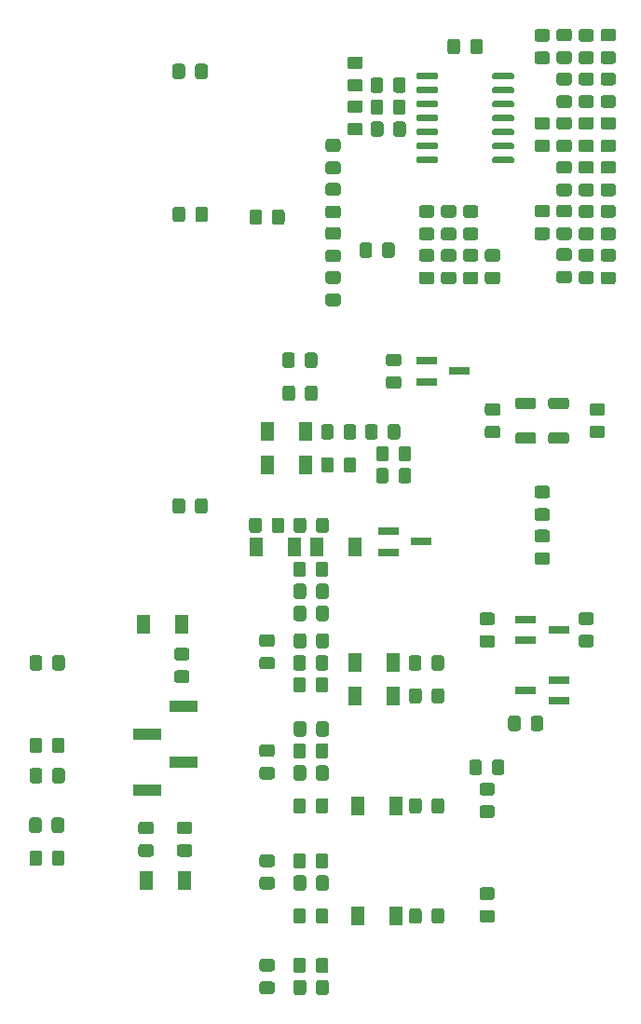
<source format=gbp>
G04 #@! TF.GenerationSoftware,KiCad,Pcbnew,(5.1.9)-1*
G04 #@! TF.CreationDate,2021-04-28T19:37:10+02:00*
G04 #@! TF.ProjectId,KicadJE_Drum_PE78 - Base,4b696361-644a-4455-9f44-72756d5f5045,rev?*
G04 #@! TF.SameCoordinates,Original*
G04 #@! TF.FileFunction,Paste,Bot*
G04 #@! TF.FilePolarity,Positive*
%FSLAX46Y46*%
G04 Gerber Fmt 4.6, Leading zero omitted, Abs format (unit mm)*
G04 Created by KiCad (PCBNEW (5.1.9)-1) date 2021-04-28 19:37:10*
%MOMM*%
%LPD*%
G01*
G04 APERTURE LIST*
%ADD10R,1.300000X1.700000*%
%ADD11R,1.900000X0.800000*%
%ADD12R,2.510000X1.000000*%
G04 APERTURE END LIST*
D10*
X116000000Y-109000000D03*
X119500000Y-109000000D03*
X120500000Y-101500000D03*
X117000000Y-101500000D03*
X117000000Y-98500000D03*
X120500000Y-98500000D03*
X121500000Y-109000000D03*
X125000000Y-109000000D03*
X128750000Y-142500000D03*
X125250000Y-142500000D03*
X128750000Y-132500000D03*
X125250000Y-132500000D03*
X125000000Y-122500000D03*
X128500000Y-122500000D03*
X128500000Y-119500000D03*
X125000000Y-119500000D03*
G36*
G01*
X142799999Y-98550000D02*
X144200001Y-98550000D01*
G75*
G02*
X144450000Y-98799999I0J-249999D01*
G01*
X144450000Y-99350001D01*
G75*
G02*
X144200001Y-99600000I-249999J0D01*
G01*
X142799999Y-99600000D01*
G75*
G02*
X142550000Y-99350001I0J249999D01*
G01*
X142550000Y-98799999D01*
G75*
G02*
X142799999Y-98550000I249999J0D01*
G01*
G37*
G36*
G01*
X142799999Y-95400000D02*
X144200001Y-95400000D01*
G75*
G02*
X144450000Y-95649999I0J-249999D01*
G01*
X144450000Y-96200001D01*
G75*
G02*
X144200001Y-96450000I-249999J0D01*
G01*
X142799999Y-96450000D01*
G75*
G02*
X142550000Y-96200001I0J249999D01*
G01*
X142550000Y-95649999D01*
G75*
G02*
X142799999Y-95400000I249999J0D01*
G01*
G37*
G36*
G01*
X139799999Y-95400000D02*
X141200001Y-95400000D01*
G75*
G02*
X141450000Y-95649999I0J-249999D01*
G01*
X141450000Y-96200001D01*
G75*
G02*
X141200001Y-96450000I-249999J0D01*
G01*
X139799999Y-96450000D01*
G75*
G02*
X139550000Y-96200001I0J249999D01*
G01*
X139550000Y-95649999D01*
G75*
G02*
X139799999Y-95400000I249999J0D01*
G01*
G37*
G36*
G01*
X139799999Y-98550000D02*
X141200001Y-98550000D01*
G75*
G02*
X141450000Y-98799999I0J-249999D01*
G01*
X141450000Y-99350001D01*
G75*
G02*
X141200001Y-99600000I-249999J0D01*
G01*
X139799999Y-99600000D01*
G75*
G02*
X139550000Y-99350001I0J249999D01*
G01*
X139550000Y-98799999D01*
G75*
G02*
X139799999Y-98550000I249999J0D01*
G01*
G37*
D11*
X128000000Y-109450000D03*
X128000000Y-107550000D03*
X131000000Y-108500000D03*
X140500000Y-122000000D03*
X143500000Y-122950000D03*
X143500000Y-121050000D03*
X143500000Y-116500000D03*
X140500000Y-115550000D03*
X140500000Y-117450000D03*
X131500000Y-93950000D03*
X131500000Y-92050000D03*
X134500000Y-93000000D03*
G36*
G01*
X128600000Y-81549999D02*
X128600000Y-82450001D01*
G75*
G02*
X128350001Y-82700000I-249999J0D01*
G01*
X127699999Y-82700000D01*
G75*
G02*
X127450000Y-82450001I0J249999D01*
G01*
X127450000Y-81549999D01*
G75*
G02*
X127699999Y-81300000I249999J0D01*
G01*
X128350001Y-81300000D01*
G75*
G02*
X128600000Y-81549999I0J-249999D01*
G01*
G37*
G36*
G01*
X126550000Y-81549999D02*
X126550000Y-82450001D01*
G75*
G02*
X126300001Y-82700000I-249999J0D01*
G01*
X125649999Y-82700000D01*
G75*
G02*
X125400000Y-82450001I0J249999D01*
G01*
X125400000Y-81549999D01*
G75*
G02*
X125649999Y-81300000I249999J0D01*
G01*
X126300001Y-81300000D01*
G75*
G02*
X126550000Y-81549999I0J-249999D01*
G01*
G37*
G36*
G01*
X120425000Y-92450001D02*
X120425000Y-91549999D01*
G75*
G02*
X120674999Y-91300000I249999J0D01*
G01*
X121325001Y-91300000D01*
G75*
G02*
X121575000Y-91549999I0J-249999D01*
G01*
X121575000Y-92450001D01*
G75*
G02*
X121325001Y-92700000I-249999J0D01*
G01*
X120674999Y-92700000D01*
G75*
G02*
X120425000Y-92450001I0J249999D01*
G01*
G37*
G36*
G01*
X118375000Y-92450001D02*
X118375000Y-91549999D01*
G75*
G02*
X118624999Y-91300000I249999J0D01*
G01*
X119275001Y-91300000D01*
G75*
G02*
X119525000Y-91549999I0J-249999D01*
G01*
X119525000Y-92450001D01*
G75*
G02*
X119275001Y-92700000I-249999J0D01*
G01*
X118624999Y-92700000D01*
G75*
G02*
X118375000Y-92450001I0J249999D01*
G01*
G37*
G36*
G01*
X118600000Y-78549999D02*
X118600000Y-79450001D01*
G75*
G02*
X118350001Y-79700000I-249999J0D01*
G01*
X117699999Y-79700000D01*
G75*
G02*
X117450000Y-79450001I0J249999D01*
G01*
X117450000Y-78549999D01*
G75*
G02*
X117699999Y-78300000I249999J0D01*
G01*
X118350001Y-78300000D01*
G75*
G02*
X118600000Y-78549999I0J-249999D01*
G01*
G37*
G36*
G01*
X116550000Y-78549999D02*
X116550000Y-79450001D01*
G75*
G02*
X116300001Y-79700000I-249999J0D01*
G01*
X115649999Y-79700000D01*
G75*
G02*
X115400000Y-79450001I0J249999D01*
G01*
X115400000Y-78549999D01*
G75*
G02*
X115649999Y-78300000I249999J0D01*
G01*
X116300001Y-78300000D01*
G75*
G02*
X116550000Y-78549999I0J-249999D01*
G01*
G37*
G36*
G01*
X119375000Y-147450001D02*
X119375000Y-146549999D01*
G75*
G02*
X119624999Y-146300000I249999J0D01*
G01*
X120275001Y-146300000D01*
G75*
G02*
X120525000Y-146549999I0J-249999D01*
G01*
X120525000Y-147450001D01*
G75*
G02*
X120275001Y-147700000I-249999J0D01*
G01*
X119624999Y-147700000D01*
G75*
G02*
X119375000Y-147450001I0J249999D01*
G01*
G37*
G36*
G01*
X121425000Y-147450001D02*
X121425000Y-146549999D01*
G75*
G02*
X121674999Y-146300000I249999J0D01*
G01*
X122325001Y-146300000D01*
G75*
G02*
X122575000Y-146549999I0J-249999D01*
G01*
X122575000Y-147450001D01*
G75*
G02*
X122325001Y-147700000I-249999J0D01*
G01*
X121674999Y-147700000D01*
G75*
G02*
X121425000Y-147450001I0J249999D01*
G01*
G37*
G36*
G01*
X121425000Y-137950001D02*
X121425000Y-137049999D01*
G75*
G02*
X121674999Y-136800000I249999J0D01*
G01*
X122325001Y-136800000D01*
G75*
G02*
X122575000Y-137049999I0J-249999D01*
G01*
X122575000Y-137950001D01*
G75*
G02*
X122325001Y-138200000I-249999J0D01*
G01*
X121674999Y-138200000D01*
G75*
G02*
X121425000Y-137950001I0J249999D01*
G01*
G37*
G36*
G01*
X119375000Y-137950001D02*
X119375000Y-137049999D01*
G75*
G02*
X119624999Y-136800000I249999J0D01*
G01*
X120275001Y-136800000D01*
G75*
G02*
X120525000Y-137049999I0J-249999D01*
G01*
X120525000Y-137950001D01*
G75*
G02*
X120275001Y-138200000I-249999J0D01*
G01*
X119624999Y-138200000D01*
G75*
G02*
X119375000Y-137950001I0J249999D01*
G01*
G37*
G36*
G01*
X121450000Y-107450001D02*
X121450000Y-106549999D01*
G75*
G02*
X121699999Y-106300000I249999J0D01*
G01*
X122350001Y-106300000D01*
G75*
G02*
X122600000Y-106549999I0J-249999D01*
G01*
X122600000Y-107450001D01*
G75*
G02*
X122350001Y-107700000I-249999J0D01*
G01*
X121699999Y-107700000D01*
G75*
G02*
X121450000Y-107450001I0J249999D01*
G01*
G37*
G36*
G01*
X119400000Y-107450001D02*
X119400000Y-106549999D01*
G75*
G02*
X119649999Y-106300000I249999J0D01*
G01*
X120300001Y-106300000D01*
G75*
G02*
X120550000Y-106549999I0J-249999D01*
G01*
X120550000Y-107450001D01*
G75*
G02*
X120300001Y-107700000I-249999J0D01*
G01*
X119649999Y-107700000D01*
G75*
G02*
X119400000Y-107450001I0J249999D01*
G01*
G37*
G36*
G01*
X121450000Y-149450001D02*
X121450000Y-148549999D01*
G75*
G02*
X121699999Y-148300000I249999J0D01*
G01*
X122350001Y-148300000D01*
G75*
G02*
X122600000Y-148549999I0J-249999D01*
G01*
X122600000Y-149450001D01*
G75*
G02*
X122350001Y-149700000I-249999J0D01*
G01*
X121699999Y-149700000D01*
G75*
G02*
X121450000Y-149450001I0J249999D01*
G01*
G37*
G36*
G01*
X119400000Y-149450001D02*
X119400000Y-148549999D01*
G75*
G02*
X119649999Y-148300000I249999J0D01*
G01*
X120300001Y-148300000D01*
G75*
G02*
X120550000Y-148549999I0J-249999D01*
G01*
X120550000Y-149450001D01*
G75*
G02*
X120300001Y-149700000I-249999J0D01*
G01*
X119649999Y-149700000D01*
G75*
G02*
X119400000Y-149450001I0J249999D01*
G01*
G37*
G36*
G01*
X119400000Y-139950001D02*
X119400000Y-139049999D01*
G75*
G02*
X119649999Y-138800000I249999J0D01*
G01*
X120300001Y-138800000D01*
G75*
G02*
X120550000Y-139049999I0J-249999D01*
G01*
X120550000Y-139950001D01*
G75*
G02*
X120300001Y-140200000I-249999J0D01*
G01*
X119649999Y-140200000D01*
G75*
G02*
X119400000Y-139950001I0J249999D01*
G01*
G37*
G36*
G01*
X121450000Y-139950001D02*
X121450000Y-139049999D01*
G75*
G02*
X121699999Y-138800000I249999J0D01*
G01*
X122350001Y-138800000D01*
G75*
G02*
X122600000Y-139049999I0J-249999D01*
G01*
X122600000Y-139950001D01*
G75*
G02*
X122350001Y-140200000I-249999J0D01*
G01*
X121699999Y-140200000D01*
G75*
G02*
X121450000Y-139950001I0J249999D01*
G01*
G37*
G36*
G01*
X122549999Y-79900000D02*
X123450001Y-79900000D01*
G75*
G02*
X123700000Y-80149999I0J-249999D01*
G01*
X123700000Y-80800001D01*
G75*
G02*
X123450001Y-81050000I-249999J0D01*
G01*
X122549999Y-81050000D01*
G75*
G02*
X122300000Y-80800001I0J249999D01*
G01*
X122300000Y-80149999D01*
G75*
G02*
X122549999Y-79900000I249999J0D01*
G01*
G37*
G36*
G01*
X122549999Y-81950000D02*
X123450001Y-81950000D01*
G75*
G02*
X123700000Y-82199999I0J-249999D01*
G01*
X123700000Y-82850001D01*
G75*
G02*
X123450001Y-83100000I-249999J0D01*
G01*
X122549999Y-83100000D01*
G75*
G02*
X122300000Y-82850001I0J249999D01*
G01*
X122300000Y-82199999D01*
G75*
G02*
X122549999Y-81950000I249999J0D01*
G01*
G37*
G36*
G01*
X123450001Y-77050000D02*
X122549999Y-77050000D01*
G75*
G02*
X122300000Y-76800001I0J249999D01*
G01*
X122300000Y-76149999D01*
G75*
G02*
X122549999Y-75900000I249999J0D01*
G01*
X123450001Y-75900000D01*
G75*
G02*
X123700000Y-76149999I0J-249999D01*
G01*
X123700000Y-76800001D01*
G75*
G02*
X123450001Y-77050000I-249999J0D01*
G01*
G37*
G36*
G01*
X123450001Y-79100000D02*
X122549999Y-79100000D01*
G75*
G02*
X122300000Y-78850001I0J249999D01*
G01*
X122300000Y-78199999D01*
G75*
G02*
X122549999Y-77950000I249999J0D01*
G01*
X123450001Y-77950000D01*
G75*
G02*
X123700000Y-78199999I0J-249999D01*
G01*
X123700000Y-78850001D01*
G75*
G02*
X123450001Y-79100000I-249999J0D01*
G01*
G37*
G36*
G01*
X120525000Y-142049999D02*
X120525000Y-142950001D01*
G75*
G02*
X120275001Y-143200000I-249999J0D01*
G01*
X119624999Y-143200000D01*
G75*
G02*
X119375000Y-142950001I0J249999D01*
G01*
X119375000Y-142049999D01*
G75*
G02*
X119624999Y-141800000I249999J0D01*
G01*
X120275001Y-141800000D01*
G75*
G02*
X120525000Y-142049999I0J-249999D01*
G01*
G37*
G36*
G01*
X122575000Y-142049999D02*
X122575000Y-142950001D01*
G75*
G02*
X122325001Y-143200000I-249999J0D01*
G01*
X121674999Y-143200000D01*
G75*
G02*
X121425000Y-142950001I0J249999D01*
G01*
X121425000Y-142049999D01*
G75*
G02*
X121674999Y-141800000I249999J0D01*
G01*
X122325001Y-141800000D01*
G75*
G02*
X122575000Y-142049999I0J-249999D01*
G01*
G37*
G36*
G01*
X120525000Y-132049999D02*
X120525000Y-132950001D01*
G75*
G02*
X120275001Y-133200000I-249999J0D01*
G01*
X119624999Y-133200000D01*
G75*
G02*
X119375000Y-132950001I0J249999D01*
G01*
X119375000Y-132049999D01*
G75*
G02*
X119624999Y-131800000I249999J0D01*
G01*
X120275001Y-131800000D01*
G75*
G02*
X120525000Y-132049999I0J-249999D01*
G01*
G37*
G36*
G01*
X122575000Y-132049999D02*
X122575000Y-132950001D01*
G75*
G02*
X122325001Y-133200000I-249999J0D01*
G01*
X121674999Y-133200000D01*
G75*
G02*
X121425000Y-132950001I0J249999D01*
G01*
X121425000Y-132049999D01*
G75*
G02*
X121674999Y-131800000I249999J0D01*
G01*
X122325001Y-131800000D01*
G75*
G02*
X122575000Y-132049999I0J-249999D01*
G01*
G37*
G36*
G01*
X123050000Y-98049999D02*
X123050000Y-98950001D01*
G75*
G02*
X122800001Y-99200000I-249999J0D01*
G01*
X122149999Y-99200000D01*
G75*
G02*
X121900000Y-98950001I0J249999D01*
G01*
X121900000Y-98049999D01*
G75*
G02*
X122149999Y-97800000I249999J0D01*
G01*
X122800001Y-97800000D01*
G75*
G02*
X123050000Y-98049999I0J-249999D01*
G01*
G37*
G36*
G01*
X125100000Y-98049999D02*
X125100000Y-98950001D01*
G75*
G02*
X124850001Y-99200000I-249999J0D01*
G01*
X124199999Y-99200000D01*
G75*
G02*
X123950000Y-98950001I0J249999D01*
G01*
X123950000Y-98049999D01*
G75*
G02*
X124199999Y-97800000I249999J0D01*
G01*
X124850001Y-97800000D01*
G75*
G02*
X125100000Y-98049999I0J-249999D01*
G01*
G37*
G36*
G01*
X121450000Y-113450001D02*
X121450000Y-112549999D01*
G75*
G02*
X121699999Y-112300000I249999J0D01*
G01*
X122350001Y-112300000D01*
G75*
G02*
X122600000Y-112549999I0J-249999D01*
G01*
X122600000Y-113450001D01*
G75*
G02*
X122350001Y-113700000I-249999J0D01*
G01*
X121699999Y-113700000D01*
G75*
G02*
X121450000Y-113450001I0J249999D01*
G01*
G37*
G36*
G01*
X119400000Y-113450001D02*
X119400000Y-112549999D01*
G75*
G02*
X119649999Y-112300000I249999J0D01*
G01*
X120300001Y-112300000D01*
G75*
G02*
X120550000Y-112549999I0J-249999D01*
G01*
X120550000Y-113450001D01*
G75*
G02*
X120300001Y-113700000I-249999J0D01*
G01*
X119649999Y-113700000D01*
G75*
G02*
X119400000Y-113450001I0J249999D01*
G01*
G37*
G36*
G01*
X129100000Y-98049999D02*
X129100000Y-98950001D01*
G75*
G02*
X128850001Y-99200000I-249999J0D01*
G01*
X128199999Y-99200000D01*
G75*
G02*
X127950000Y-98950001I0J249999D01*
G01*
X127950000Y-98049999D01*
G75*
G02*
X128199999Y-97800000I249999J0D01*
G01*
X128850001Y-97800000D01*
G75*
G02*
X129100000Y-98049999I0J-249999D01*
G01*
G37*
G36*
G01*
X127050000Y-98049999D02*
X127050000Y-98950001D01*
G75*
G02*
X126800001Y-99200000I-249999J0D01*
G01*
X126149999Y-99200000D01*
G75*
G02*
X125900000Y-98950001I0J249999D01*
G01*
X125900000Y-98049999D01*
G75*
G02*
X126149999Y-97800000I249999J0D01*
G01*
X126800001Y-97800000D01*
G75*
G02*
X127050000Y-98049999I0J-249999D01*
G01*
G37*
G36*
G01*
X131950000Y-142950001D02*
X131950000Y-142049999D01*
G75*
G02*
X132199999Y-141800000I249999J0D01*
G01*
X132850001Y-141800000D01*
G75*
G02*
X133100000Y-142049999I0J-249999D01*
G01*
X133100000Y-142950001D01*
G75*
G02*
X132850001Y-143200000I-249999J0D01*
G01*
X132199999Y-143200000D01*
G75*
G02*
X131950000Y-142950001I0J249999D01*
G01*
G37*
G36*
G01*
X129900000Y-142950001D02*
X129900000Y-142049999D01*
G75*
G02*
X130149999Y-141800000I249999J0D01*
G01*
X130800001Y-141800000D01*
G75*
G02*
X131050000Y-142049999I0J-249999D01*
G01*
X131050000Y-142950001D01*
G75*
G02*
X130800001Y-143200000I-249999J0D01*
G01*
X130149999Y-143200000D01*
G75*
G02*
X129900000Y-142950001I0J249999D01*
G01*
G37*
G36*
G01*
X129900000Y-132950001D02*
X129900000Y-132049999D01*
G75*
G02*
X130149999Y-131800000I249999J0D01*
G01*
X130800001Y-131800000D01*
G75*
G02*
X131050000Y-132049999I0J-249999D01*
G01*
X131050000Y-132950001D01*
G75*
G02*
X130800001Y-133200000I-249999J0D01*
G01*
X130149999Y-133200000D01*
G75*
G02*
X129900000Y-132950001I0J249999D01*
G01*
G37*
G36*
G01*
X131950000Y-132950001D02*
X131950000Y-132049999D01*
G75*
G02*
X132199999Y-131800000I249999J0D01*
G01*
X132850001Y-131800000D01*
G75*
G02*
X133100000Y-132049999I0J-249999D01*
G01*
X133100000Y-132950001D01*
G75*
G02*
X132850001Y-133200000I-249999J0D01*
G01*
X132199999Y-133200000D01*
G75*
G02*
X131950000Y-132950001I0J249999D01*
G01*
G37*
G36*
G01*
X122575000Y-110549999D02*
X122575000Y-111450001D01*
G75*
G02*
X122325001Y-111700000I-249999J0D01*
G01*
X121674999Y-111700000D01*
G75*
G02*
X121425000Y-111450001I0J249999D01*
G01*
X121425000Y-110549999D01*
G75*
G02*
X121674999Y-110300000I249999J0D01*
G01*
X122325001Y-110300000D01*
G75*
G02*
X122575000Y-110549999I0J-249999D01*
G01*
G37*
G36*
G01*
X120525000Y-110549999D02*
X120525000Y-111450001D01*
G75*
G02*
X120275001Y-111700000I-249999J0D01*
G01*
X119624999Y-111700000D01*
G75*
G02*
X119375000Y-111450001I0J249999D01*
G01*
X119375000Y-110549999D01*
G75*
G02*
X119624999Y-110300000I249999J0D01*
G01*
X120275001Y-110300000D01*
G75*
G02*
X120525000Y-110549999I0J-249999D01*
G01*
G37*
G36*
G01*
X146450001Y-65100000D02*
X145549999Y-65100000D01*
G75*
G02*
X145300000Y-64850001I0J249999D01*
G01*
X145300000Y-64199999D01*
G75*
G02*
X145549999Y-63950000I249999J0D01*
G01*
X146450001Y-63950000D01*
G75*
G02*
X146700000Y-64199999I0J-249999D01*
G01*
X146700000Y-64850001D01*
G75*
G02*
X146450001Y-65100000I-249999J0D01*
G01*
G37*
G36*
G01*
X146450001Y-63050000D02*
X145549999Y-63050000D01*
G75*
G02*
X145300000Y-62800001I0J249999D01*
G01*
X145300000Y-62149999D01*
G75*
G02*
X145549999Y-61900000I249999J0D01*
G01*
X146450001Y-61900000D01*
G75*
G02*
X146700000Y-62149999I0J-249999D01*
G01*
X146700000Y-62800001D01*
G75*
G02*
X146450001Y-63050000I-249999J0D01*
G01*
G37*
G36*
G01*
X144450001Y-65075000D02*
X143549999Y-65075000D01*
G75*
G02*
X143300000Y-64825001I0J249999D01*
G01*
X143300000Y-64174999D01*
G75*
G02*
X143549999Y-63925000I249999J0D01*
G01*
X144450001Y-63925000D01*
G75*
G02*
X144700000Y-64174999I0J-249999D01*
G01*
X144700000Y-64825001D01*
G75*
G02*
X144450001Y-65075000I-249999J0D01*
G01*
G37*
G36*
G01*
X144450001Y-63025000D02*
X143549999Y-63025000D01*
G75*
G02*
X143300000Y-62775001I0J249999D01*
G01*
X143300000Y-62124999D01*
G75*
G02*
X143549999Y-61875000I249999J0D01*
G01*
X144450001Y-61875000D01*
G75*
G02*
X144700000Y-62124999I0J-249999D01*
G01*
X144700000Y-62775001D01*
G75*
G02*
X144450001Y-63025000I-249999J0D01*
G01*
G37*
G36*
G01*
X146450001Y-81100000D02*
X145549999Y-81100000D01*
G75*
G02*
X145300000Y-80850001I0J249999D01*
G01*
X145300000Y-80199999D01*
G75*
G02*
X145549999Y-79950000I249999J0D01*
G01*
X146450001Y-79950000D01*
G75*
G02*
X146700000Y-80199999I0J-249999D01*
G01*
X146700000Y-80850001D01*
G75*
G02*
X146450001Y-81100000I-249999J0D01*
G01*
G37*
G36*
G01*
X146450001Y-79050000D02*
X145549999Y-79050000D01*
G75*
G02*
X145300000Y-78800001I0J249999D01*
G01*
X145300000Y-78149999D01*
G75*
G02*
X145549999Y-77900000I249999J0D01*
G01*
X146450001Y-77900000D01*
G75*
G02*
X146700000Y-78149999I0J-249999D01*
G01*
X146700000Y-78800001D01*
G75*
G02*
X146450001Y-79050000I-249999J0D01*
G01*
G37*
G36*
G01*
X144450001Y-79025000D02*
X143549999Y-79025000D01*
G75*
G02*
X143300000Y-78775001I0J249999D01*
G01*
X143300000Y-78124999D01*
G75*
G02*
X143549999Y-77875000I249999J0D01*
G01*
X144450001Y-77875000D01*
G75*
G02*
X144700000Y-78124999I0J-249999D01*
G01*
X144700000Y-78775001D01*
G75*
G02*
X144450001Y-79025000I-249999J0D01*
G01*
G37*
G36*
G01*
X144450001Y-81075000D02*
X143549999Y-81075000D01*
G75*
G02*
X143300000Y-80825001I0J249999D01*
G01*
X143300000Y-80174999D01*
G75*
G02*
X143549999Y-79925000I249999J0D01*
G01*
X144450001Y-79925000D01*
G75*
G02*
X144700000Y-80174999I0J-249999D01*
G01*
X144700000Y-80825001D01*
G75*
G02*
X144450001Y-81075000I-249999J0D01*
G01*
G37*
G36*
G01*
X128950001Y-92550000D02*
X128049999Y-92550000D01*
G75*
G02*
X127800000Y-92300001I0J249999D01*
G01*
X127800000Y-91649999D01*
G75*
G02*
X128049999Y-91400000I249999J0D01*
G01*
X128950001Y-91400000D01*
G75*
G02*
X129200000Y-91649999I0J-249999D01*
G01*
X129200000Y-92300001D01*
G75*
G02*
X128950001Y-92550000I-249999J0D01*
G01*
G37*
G36*
G01*
X128950001Y-94600000D02*
X128049999Y-94600000D01*
G75*
G02*
X127800000Y-94350001I0J249999D01*
G01*
X127800000Y-93699999D01*
G75*
G02*
X128049999Y-93450000I249999J0D01*
G01*
X128950001Y-93450000D01*
G75*
G02*
X129200000Y-93699999I0J-249999D01*
G01*
X129200000Y-94350001D01*
G75*
G02*
X128950001Y-94600000I-249999J0D01*
G01*
G37*
G36*
G01*
X146450001Y-67025000D02*
X145549999Y-67025000D01*
G75*
G02*
X145300000Y-66775001I0J249999D01*
G01*
X145300000Y-66124999D01*
G75*
G02*
X145549999Y-65875000I249999J0D01*
G01*
X146450001Y-65875000D01*
G75*
G02*
X146700000Y-66124999I0J-249999D01*
G01*
X146700000Y-66775001D01*
G75*
G02*
X146450001Y-67025000I-249999J0D01*
G01*
G37*
G36*
G01*
X146450001Y-69075000D02*
X145549999Y-69075000D01*
G75*
G02*
X145300000Y-68825001I0J249999D01*
G01*
X145300000Y-68174999D01*
G75*
G02*
X145549999Y-67925000I249999J0D01*
G01*
X146450001Y-67925000D01*
G75*
G02*
X146700000Y-68174999I0J-249999D01*
G01*
X146700000Y-68825001D01*
G75*
G02*
X146450001Y-69075000I-249999J0D01*
G01*
G37*
G36*
G01*
X144450001Y-67025000D02*
X143549999Y-67025000D01*
G75*
G02*
X143300000Y-66775001I0J249999D01*
G01*
X143300000Y-66124999D01*
G75*
G02*
X143549999Y-65875000I249999J0D01*
G01*
X144450001Y-65875000D01*
G75*
G02*
X144700000Y-66124999I0J-249999D01*
G01*
X144700000Y-66775001D01*
G75*
G02*
X144450001Y-67025000I-249999J0D01*
G01*
G37*
G36*
G01*
X144450001Y-69075000D02*
X143549999Y-69075000D01*
G75*
G02*
X143300000Y-68825001I0J249999D01*
G01*
X143300000Y-68174999D01*
G75*
G02*
X143549999Y-67925000I249999J0D01*
G01*
X144450001Y-67925000D01*
G75*
G02*
X144700000Y-68174999I0J-249999D01*
G01*
X144700000Y-68825001D01*
G75*
G02*
X144450001Y-69075000I-249999J0D01*
G01*
G37*
G36*
G01*
X146450001Y-83025000D02*
X145549999Y-83025000D01*
G75*
G02*
X145300000Y-82775001I0J249999D01*
G01*
X145300000Y-82124999D01*
G75*
G02*
X145549999Y-81875000I249999J0D01*
G01*
X146450001Y-81875000D01*
G75*
G02*
X146700000Y-82124999I0J-249999D01*
G01*
X146700000Y-82775001D01*
G75*
G02*
X146450001Y-83025000I-249999J0D01*
G01*
G37*
G36*
G01*
X146450001Y-85075000D02*
X145549999Y-85075000D01*
G75*
G02*
X145300000Y-84825001I0J249999D01*
G01*
X145300000Y-84174999D01*
G75*
G02*
X145549999Y-83925000I249999J0D01*
G01*
X146450001Y-83925000D01*
G75*
G02*
X146700000Y-84174999I0J-249999D01*
G01*
X146700000Y-84825001D01*
G75*
G02*
X146450001Y-85075000I-249999J0D01*
G01*
G37*
G36*
G01*
X144450001Y-85014999D02*
X143549999Y-85014999D01*
G75*
G02*
X143300000Y-84765000I0J249999D01*
G01*
X143300000Y-84114998D01*
G75*
G02*
X143549999Y-83864999I249999J0D01*
G01*
X144450001Y-83864999D01*
G75*
G02*
X144700000Y-84114998I0J-249999D01*
G01*
X144700000Y-84765000D01*
G75*
G02*
X144450001Y-85014999I-249999J0D01*
G01*
G37*
G36*
G01*
X144450001Y-82964999D02*
X143549999Y-82964999D01*
G75*
G02*
X143300000Y-82715000I0J249999D01*
G01*
X143300000Y-82064998D01*
G75*
G02*
X143549999Y-81814999I249999J0D01*
G01*
X144450001Y-81814999D01*
G75*
G02*
X144700000Y-82064998I0J-249999D01*
G01*
X144700000Y-82715000D01*
G75*
G02*
X144450001Y-82964999I-249999J0D01*
G01*
G37*
G36*
G01*
X137450001Y-118125000D02*
X136549999Y-118125000D01*
G75*
G02*
X136300000Y-117875001I0J249999D01*
G01*
X136300000Y-117224999D01*
G75*
G02*
X136549999Y-116975000I249999J0D01*
G01*
X137450001Y-116975000D01*
G75*
G02*
X137700000Y-117224999I0J-249999D01*
G01*
X137700000Y-117875001D01*
G75*
G02*
X137450001Y-118125000I-249999J0D01*
G01*
G37*
G36*
G01*
X137450001Y-116075000D02*
X136549999Y-116075000D01*
G75*
G02*
X136300000Y-115825001I0J249999D01*
G01*
X136300000Y-115174999D01*
G75*
G02*
X136549999Y-114925000I249999J0D01*
G01*
X137450001Y-114925000D01*
G75*
G02*
X137700000Y-115174999I0J-249999D01*
G01*
X137700000Y-115825001D01*
G75*
G02*
X137450001Y-116075000I-249999J0D01*
G01*
G37*
G36*
G01*
X147450001Y-97050000D02*
X146549999Y-97050000D01*
G75*
G02*
X146300000Y-96800001I0J249999D01*
G01*
X146300000Y-96149999D01*
G75*
G02*
X146549999Y-95900000I249999J0D01*
G01*
X147450001Y-95900000D01*
G75*
G02*
X147700000Y-96149999I0J-249999D01*
G01*
X147700000Y-96800001D01*
G75*
G02*
X147450001Y-97050000I-249999J0D01*
G01*
G37*
G36*
G01*
X147450001Y-99100000D02*
X146549999Y-99100000D01*
G75*
G02*
X146300000Y-98850001I0J249999D01*
G01*
X146300000Y-98199999D01*
G75*
G02*
X146549999Y-97950000I249999J0D01*
G01*
X147450001Y-97950000D01*
G75*
G02*
X147700000Y-98199999I0J-249999D01*
G01*
X147700000Y-98850001D01*
G75*
G02*
X147450001Y-99100000I-249999J0D01*
G01*
G37*
G36*
G01*
X137950001Y-97050000D02*
X137049999Y-97050000D01*
G75*
G02*
X136800000Y-96800001I0J249999D01*
G01*
X136800000Y-96149999D01*
G75*
G02*
X137049999Y-95900000I249999J0D01*
G01*
X137950001Y-95900000D01*
G75*
G02*
X138200000Y-96149999I0J-249999D01*
G01*
X138200000Y-96800001D01*
G75*
G02*
X137950001Y-97050000I-249999J0D01*
G01*
G37*
G36*
G01*
X137950001Y-99100000D02*
X137049999Y-99100000D01*
G75*
G02*
X136800000Y-98850001I0J249999D01*
G01*
X136800000Y-98199999D01*
G75*
G02*
X137049999Y-97950000I249999J0D01*
G01*
X137950001Y-97950000D01*
G75*
G02*
X138200000Y-98199999I0J-249999D01*
G01*
X138200000Y-98850001D01*
G75*
G02*
X137950001Y-99100000I-249999J0D01*
G01*
G37*
G36*
G01*
X141549999Y-107400000D02*
X142450001Y-107400000D01*
G75*
G02*
X142700000Y-107649999I0J-249999D01*
G01*
X142700000Y-108300001D01*
G75*
G02*
X142450001Y-108550000I-249999J0D01*
G01*
X141549999Y-108550000D01*
G75*
G02*
X141300000Y-108300001I0J249999D01*
G01*
X141300000Y-107649999D01*
G75*
G02*
X141549999Y-107400000I249999J0D01*
G01*
G37*
G36*
G01*
X141549999Y-109450000D02*
X142450001Y-109450000D01*
G75*
G02*
X142700000Y-109699999I0J-249999D01*
G01*
X142700000Y-110350001D01*
G75*
G02*
X142450001Y-110600000I-249999J0D01*
G01*
X141549999Y-110600000D01*
G75*
G02*
X141300000Y-110350001I0J249999D01*
G01*
X141300000Y-109699999D01*
G75*
G02*
X141549999Y-109450000I249999J0D01*
G01*
G37*
G36*
G01*
X121425000Y-127950001D02*
X121425000Y-127049999D01*
G75*
G02*
X121674999Y-126800000I249999J0D01*
G01*
X122325001Y-126800000D01*
G75*
G02*
X122575000Y-127049999I0J-249999D01*
G01*
X122575000Y-127950001D01*
G75*
G02*
X122325001Y-128200000I-249999J0D01*
G01*
X121674999Y-128200000D01*
G75*
G02*
X121425000Y-127950001I0J249999D01*
G01*
G37*
G36*
G01*
X119375000Y-127950001D02*
X119375000Y-127049999D01*
G75*
G02*
X119624999Y-126800000I249999J0D01*
G01*
X120275001Y-126800000D01*
G75*
G02*
X120525000Y-127049999I0J-249999D01*
G01*
X120525000Y-127950001D01*
G75*
G02*
X120275001Y-128200000I-249999J0D01*
G01*
X119624999Y-128200000D01*
G75*
G02*
X119375000Y-127950001I0J249999D01*
G01*
G37*
G36*
G01*
X121475000Y-117950001D02*
X121475000Y-117049999D01*
G75*
G02*
X121724999Y-116800000I249999J0D01*
G01*
X122375001Y-116800000D01*
G75*
G02*
X122625000Y-117049999I0J-249999D01*
G01*
X122625000Y-117950001D01*
G75*
G02*
X122375001Y-118200000I-249999J0D01*
G01*
X121724999Y-118200000D01*
G75*
G02*
X121475000Y-117950001I0J249999D01*
G01*
G37*
G36*
G01*
X119425000Y-117950001D02*
X119425000Y-117049999D01*
G75*
G02*
X119674999Y-116800000I249999J0D01*
G01*
X120325001Y-116800000D01*
G75*
G02*
X120575000Y-117049999I0J-249999D01*
G01*
X120575000Y-117950001D01*
G75*
G02*
X120325001Y-118200000I-249999J0D01*
G01*
X119674999Y-118200000D01*
G75*
G02*
X119425000Y-117950001I0J249999D01*
G01*
G37*
G36*
G01*
X119400000Y-129950001D02*
X119400000Y-129049999D01*
G75*
G02*
X119649999Y-128800000I249999J0D01*
G01*
X120300001Y-128800000D01*
G75*
G02*
X120550000Y-129049999I0J-249999D01*
G01*
X120550000Y-129950001D01*
G75*
G02*
X120300001Y-130200000I-249999J0D01*
G01*
X119649999Y-130200000D01*
G75*
G02*
X119400000Y-129950001I0J249999D01*
G01*
G37*
G36*
G01*
X121450000Y-129950001D02*
X121450000Y-129049999D01*
G75*
G02*
X121699999Y-128800000I249999J0D01*
G01*
X122350001Y-128800000D01*
G75*
G02*
X122600000Y-129049999I0J-249999D01*
G01*
X122600000Y-129950001D01*
G75*
G02*
X122350001Y-130200000I-249999J0D01*
G01*
X121699999Y-130200000D01*
G75*
G02*
X121450000Y-129950001I0J249999D01*
G01*
G37*
G36*
G01*
X119375000Y-119950001D02*
X119375000Y-119049999D01*
G75*
G02*
X119624999Y-118800000I249999J0D01*
G01*
X120275001Y-118800000D01*
G75*
G02*
X120525000Y-119049999I0J-249999D01*
G01*
X120525000Y-119950001D01*
G75*
G02*
X120275001Y-120200000I-249999J0D01*
G01*
X119624999Y-120200000D01*
G75*
G02*
X119375000Y-119950001I0J249999D01*
G01*
G37*
G36*
G01*
X121425000Y-119950001D02*
X121425000Y-119049999D01*
G75*
G02*
X121674999Y-118800000I249999J0D01*
G01*
X122325001Y-118800000D01*
G75*
G02*
X122575000Y-119049999I0J-249999D01*
G01*
X122575000Y-119950001D01*
G75*
G02*
X122325001Y-120200000I-249999J0D01*
G01*
X121674999Y-120200000D01*
G75*
G02*
X121425000Y-119950001I0J249999D01*
G01*
G37*
G36*
G01*
X120525000Y-121049999D02*
X120525000Y-121950001D01*
G75*
G02*
X120275001Y-122200000I-249999J0D01*
G01*
X119624999Y-122200000D01*
G75*
G02*
X119375000Y-121950001I0J249999D01*
G01*
X119375000Y-121049999D01*
G75*
G02*
X119624999Y-120800000I249999J0D01*
G01*
X120275001Y-120800000D01*
G75*
G02*
X120525000Y-121049999I0J-249999D01*
G01*
G37*
G36*
G01*
X122575000Y-121049999D02*
X122575000Y-121950001D01*
G75*
G02*
X122325001Y-122200000I-249999J0D01*
G01*
X121674999Y-122200000D01*
G75*
G02*
X121425000Y-121950001I0J249999D01*
G01*
X121425000Y-121049999D01*
G75*
G02*
X121674999Y-120800000I249999J0D01*
G01*
X122325001Y-120800000D01*
G75*
G02*
X122575000Y-121049999I0J-249999D01*
G01*
G37*
G36*
G01*
X122625000Y-125049999D02*
X122625000Y-125950001D01*
G75*
G02*
X122375001Y-126200000I-249999J0D01*
G01*
X121724999Y-126200000D01*
G75*
G02*
X121475000Y-125950001I0J249999D01*
G01*
X121475000Y-125049999D01*
G75*
G02*
X121724999Y-124800000I249999J0D01*
G01*
X122375001Y-124800000D01*
G75*
G02*
X122625000Y-125049999I0J-249999D01*
G01*
G37*
G36*
G01*
X120575000Y-125049999D02*
X120575000Y-125950001D01*
G75*
G02*
X120325001Y-126200000I-249999J0D01*
G01*
X119674999Y-126200000D01*
G75*
G02*
X119425000Y-125950001I0J249999D01*
G01*
X119425000Y-125049999D01*
G75*
G02*
X119674999Y-124800000I249999J0D01*
G01*
X120325001Y-124800000D01*
G75*
G02*
X120575000Y-125049999I0J-249999D01*
G01*
G37*
G36*
G01*
X129900000Y-122950001D02*
X129900000Y-122049999D01*
G75*
G02*
X130149999Y-121800000I249999J0D01*
G01*
X130800001Y-121800000D01*
G75*
G02*
X131050000Y-122049999I0J-249999D01*
G01*
X131050000Y-122950001D01*
G75*
G02*
X130800001Y-123200000I-249999J0D01*
G01*
X130149999Y-123200000D01*
G75*
G02*
X129900000Y-122950001I0J249999D01*
G01*
G37*
G36*
G01*
X131950000Y-122950001D02*
X131950000Y-122049999D01*
G75*
G02*
X132199999Y-121800000I249999J0D01*
G01*
X132850001Y-121800000D01*
G75*
G02*
X133100000Y-122049999I0J-249999D01*
G01*
X133100000Y-122950001D01*
G75*
G02*
X132850001Y-123200000I-249999J0D01*
G01*
X132199999Y-123200000D01*
G75*
G02*
X131950000Y-122950001I0J249999D01*
G01*
G37*
G36*
G01*
X129875000Y-119950001D02*
X129875000Y-119049999D01*
G75*
G02*
X130124999Y-118800000I249999J0D01*
G01*
X130775001Y-118800000D01*
G75*
G02*
X131025000Y-119049999I0J-249999D01*
G01*
X131025000Y-119950001D01*
G75*
G02*
X130775001Y-120200000I-249999J0D01*
G01*
X130124999Y-120200000D01*
G75*
G02*
X129875000Y-119950001I0J249999D01*
G01*
G37*
G36*
G01*
X131925000Y-119950001D02*
X131925000Y-119049999D01*
G75*
G02*
X132174999Y-118800000I249999J0D01*
G01*
X132825001Y-118800000D01*
G75*
G02*
X133075000Y-119049999I0J-249999D01*
G01*
X133075000Y-119950001D01*
G75*
G02*
X132825001Y-120200000I-249999J0D01*
G01*
X132174999Y-120200000D01*
G75*
G02*
X131925000Y-119950001I0J249999D01*
G01*
G37*
G36*
G01*
X146450001Y-73100000D02*
X145549999Y-73100000D01*
G75*
G02*
X145300000Y-72850001I0J249999D01*
G01*
X145300000Y-72199999D01*
G75*
G02*
X145549999Y-71950000I249999J0D01*
G01*
X146450001Y-71950000D01*
G75*
G02*
X146700000Y-72199999I0J-249999D01*
G01*
X146700000Y-72850001D01*
G75*
G02*
X146450001Y-73100000I-249999J0D01*
G01*
G37*
G36*
G01*
X146450001Y-71050000D02*
X145549999Y-71050000D01*
G75*
G02*
X145300000Y-70800001I0J249999D01*
G01*
X145300000Y-70149999D01*
G75*
G02*
X145549999Y-69900000I249999J0D01*
G01*
X146450001Y-69900000D01*
G75*
G02*
X146700000Y-70149999I0J-249999D01*
G01*
X146700000Y-70800001D01*
G75*
G02*
X146450001Y-71050000I-249999J0D01*
G01*
G37*
G36*
G01*
X144450001Y-73100000D02*
X143549999Y-73100000D01*
G75*
G02*
X143300000Y-72850001I0J249999D01*
G01*
X143300000Y-72199999D01*
G75*
G02*
X143549999Y-71950000I249999J0D01*
G01*
X144450001Y-71950000D01*
G75*
G02*
X144700000Y-72199999I0J-249999D01*
G01*
X144700000Y-72850001D01*
G75*
G02*
X144450001Y-73100000I-249999J0D01*
G01*
G37*
G36*
G01*
X144450001Y-71050000D02*
X143549999Y-71050000D01*
G75*
G02*
X143300000Y-70800001I0J249999D01*
G01*
X143300000Y-70149999D01*
G75*
G02*
X143549999Y-69900000I249999J0D01*
G01*
X144450001Y-69900000D01*
G75*
G02*
X144700000Y-70149999I0J-249999D01*
G01*
X144700000Y-70800001D01*
G75*
G02*
X144450001Y-71050000I-249999J0D01*
G01*
G37*
G36*
G01*
X133049999Y-83950000D02*
X133950001Y-83950000D01*
G75*
G02*
X134200000Y-84199999I0J-249999D01*
G01*
X134200000Y-84850001D01*
G75*
G02*
X133950001Y-85100000I-249999J0D01*
G01*
X133049999Y-85100000D01*
G75*
G02*
X132800000Y-84850001I0J249999D01*
G01*
X132800000Y-84199999D01*
G75*
G02*
X133049999Y-83950000I249999J0D01*
G01*
G37*
G36*
G01*
X133049999Y-81900000D02*
X133950001Y-81900000D01*
G75*
G02*
X134200000Y-82149999I0J-249999D01*
G01*
X134200000Y-82800001D01*
G75*
G02*
X133950001Y-83050000I-249999J0D01*
G01*
X133049999Y-83050000D01*
G75*
G02*
X132800000Y-82800001I0J249999D01*
G01*
X132800000Y-82149999D01*
G75*
G02*
X133049999Y-81900000I249999J0D01*
G01*
G37*
G36*
G01*
X135049999Y-81900000D02*
X135950001Y-81900000D01*
G75*
G02*
X136200000Y-82149999I0J-249999D01*
G01*
X136200000Y-82800001D01*
G75*
G02*
X135950001Y-83050000I-249999J0D01*
G01*
X135049999Y-83050000D01*
G75*
G02*
X134800000Y-82800001I0J249999D01*
G01*
X134800000Y-82149999D01*
G75*
G02*
X135049999Y-81900000I249999J0D01*
G01*
G37*
G36*
G01*
X135049999Y-83950000D02*
X135950001Y-83950000D01*
G75*
G02*
X136200000Y-84199999I0J-249999D01*
G01*
X136200000Y-84850001D01*
G75*
G02*
X135950001Y-85100000I-249999J0D01*
G01*
X135049999Y-85100000D01*
G75*
G02*
X134800000Y-84850001I0J249999D01*
G01*
X134800000Y-84199999D01*
G75*
G02*
X135049999Y-83950000I249999J0D01*
G01*
G37*
G36*
G01*
X146450001Y-75050000D02*
X145549999Y-75050000D01*
G75*
G02*
X145300000Y-74800001I0J249999D01*
G01*
X145300000Y-74149999D01*
G75*
G02*
X145549999Y-73900000I249999J0D01*
G01*
X146450001Y-73900000D01*
G75*
G02*
X146700000Y-74149999I0J-249999D01*
G01*
X146700000Y-74800001D01*
G75*
G02*
X146450001Y-75050000I-249999J0D01*
G01*
G37*
G36*
G01*
X146450001Y-77100000D02*
X145549999Y-77100000D01*
G75*
G02*
X145300000Y-76850001I0J249999D01*
G01*
X145300000Y-76199999D01*
G75*
G02*
X145549999Y-75950000I249999J0D01*
G01*
X146450001Y-75950000D01*
G75*
G02*
X146700000Y-76199999I0J-249999D01*
G01*
X146700000Y-76850001D01*
G75*
G02*
X146450001Y-77100000I-249999J0D01*
G01*
G37*
G36*
G01*
X144450001Y-75050000D02*
X143549999Y-75050000D01*
G75*
G02*
X143300000Y-74800001I0J249999D01*
G01*
X143300000Y-74149999D01*
G75*
G02*
X143549999Y-73900000I249999J0D01*
G01*
X144450001Y-73900000D01*
G75*
G02*
X144700000Y-74149999I0J-249999D01*
G01*
X144700000Y-74800001D01*
G75*
G02*
X144450001Y-75050000I-249999J0D01*
G01*
G37*
G36*
G01*
X144450001Y-77100000D02*
X143549999Y-77100000D01*
G75*
G02*
X143300000Y-76850001I0J249999D01*
G01*
X143300000Y-76199999D01*
G75*
G02*
X143549999Y-75950000I249999J0D01*
G01*
X144450001Y-75950000D01*
G75*
G02*
X144700000Y-76199999I0J-249999D01*
G01*
X144700000Y-76850001D01*
G75*
G02*
X144450001Y-77100000I-249999J0D01*
G01*
G37*
G36*
G01*
X133049999Y-77900000D02*
X133950001Y-77900000D01*
G75*
G02*
X134200000Y-78149999I0J-249999D01*
G01*
X134200000Y-78800001D01*
G75*
G02*
X133950001Y-79050000I-249999J0D01*
G01*
X133049999Y-79050000D01*
G75*
G02*
X132800000Y-78800001I0J249999D01*
G01*
X132800000Y-78149999D01*
G75*
G02*
X133049999Y-77900000I249999J0D01*
G01*
G37*
G36*
G01*
X133049999Y-79950000D02*
X133950001Y-79950000D01*
G75*
G02*
X134200000Y-80199999I0J-249999D01*
G01*
X134200000Y-80850001D01*
G75*
G02*
X133950001Y-81100000I-249999J0D01*
G01*
X133049999Y-81100000D01*
G75*
G02*
X132800000Y-80850001I0J249999D01*
G01*
X132800000Y-80199999D01*
G75*
G02*
X133049999Y-79950000I249999J0D01*
G01*
G37*
G36*
G01*
X135049999Y-77900000D02*
X135950001Y-77900000D01*
G75*
G02*
X136200000Y-78149999I0J-249999D01*
G01*
X136200000Y-78800001D01*
G75*
G02*
X135950001Y-79050000I-249999J0D01*
G01*
X135049999Y-79050000D01*
G75*
G02*
X134800000Y-78800001I0J249999D01*
G01*
X134800000Y-78149999D01*
G75*
G02*
X135049999Y-77900000I249999J0D01*
G01*
G37*
G36*
G01*
X135049999Y-79950000D02*
X135950001Y-79950000D01*
G75*
G02*
X136200000Y-80199999I0J-249999D01*
G01*
X136200000Y-80850001D01*
G75*
G02*
X135950001Y-81100000I-249999J0D01*
G01*
X135049999Y-81100000D01*
G75*
G02*
X134800000Y-80850001I0J249999D01*
G01*
X134800000Y-80199999D01*
G75*
G02*
X135049999Y-79950000I249999J0D01*
G01*
G37*
G36*
G01*
X124549999Y-64400000D02*
X125450001Y-64400000D01*
G75*
G02*
X125700000Y-64649999I0J-249999D01*
G01*
X125700000Y-65300001D01*
G75*
G02*
X125450001Y-65550000I-249999J0D01*
G01*
X124549999Y-65550000D01*
G75*
G02*
X124300000Y-65300001I0J249999D01*
G01*
X124300000Y-64649999D01*
G75*
G02*
X124549999Y-64400000I249999J0D01*
G01*
G37*
G36*
G01*
X124549999Y-66450000D02*
X125450001Y-66450000D01*
G75*
G02*
X125700000Y-66699999I0J-249999D01*
G01*
X125700000Y-67350001D01*
G75*
G02*
X125450001Y-67600000I-249999J0D01*
G01*
X124549999Y-67600000D01*
G75*
G02*
X124300000Y-67350001I0J249999D01*
G01*
X124300000Y-66699999D01*
G75*
G02*
X124549999Y-66450000I249999J0D01*
G01*
G37*
G36*
G01*
X124549999Y-70425000D02*
X125450001Y-70425000D01*
G75*
G02*
X125700000Y-70674999I0J-249999D01*
G01*
X125700000Y-71325001D01*
G75*
G02*
X125450001Y-71575000I-249999J0D01*
G01*
X124549999Y-71575000D01*
G75*
G02*
X124300000Y-71325001I0J249999D01*
G01*
X124300000Y-70674999D01*
G75*
G02*
X124549999Y-70425000I249999J0D01*
G01*
G37*
G36*
G01*
X124549999Y-68375000D02*
X125450001Y-68375000D01*
G75*
G02*
X125700000Y-68624999I0J-249999D01*
G01*
X125700000Y-69275001D01*
G75*
G02*
X125450001Y-69525000I-249999J0D01*
G01*
X124549999Y-69525000D01*
G75*
G02*
X124300000Y-69275001I0J249999D01*
G01*
X124300000Y-68624999D01*
G75*
G02*
X124549999Y-68375000I249999J0D01*
G01*
G37*
G36*
G01*
X129600000Y-68549999D02*
X129600000Y-69450001D01*
G75*
G02*
X129350001Y-69700000I-249999J0D01*
G01*
X128699999Y-69700000D01*
G75*
G02*
X128450000Y-69450001I0J249999D01*
G01*
X128450000Y-68549999D01*
G75*
G02*
X128699999Y-68300000I249999J0D01*
G01*
X129350001Y-68300000D01*
G75*
G02*
X129600000Y-68549999I0J-249999D01*
G01*
G37*
G36*
G01*
X127550000Y-68549999D02*
X127550000Y-69450001D01*
G75*
G02*
X127300001Y-69700000I-249999J0D01*
G01*
X126649999Y-69700000D01*
G75*
G02*
X126400000Y-69450001I0J249999D01*
G01*
X126400000Y-68549999D01*
G75*
G02*
X126649999Y-68300000I249999J0D01*
G01*
X127300001Y-68300000D01*
G75*
G02*
X127550000Y-68549999I0J-249999D01*
G01*
G37*
G36*
G01*
X137425000Y-129450001D02*
X137425000Y-128549999D01*
G75*
G02*
X137674999Y-128300000I249999J0D01*
G01*
X138325001Y-128300000D01*
G75*
G02*
X138575000Y-128549999I0J-249999D01*
G01*
X138575000Y-129450001D01*
G75*
G02*
X138325001Y-129700000I-249999J0D01*
G01*
X137674999Y-129700000D01*
G75*
G02*
X137425000Y-129450001I0J249999D01*
G01*
G37*
G36*
G01*
X135375000Y-129450001D02*
X135375000Y-128549999D01*
G75*
G02*
X135624999Y-128300000I249999J0D01*
G01*
X136275001Y-128300000D01*
G75*
G02*
X136525000Y-128549999I0J-249999D01*
G01*
X136525000Y-129450001D01*
G75*
G02*
X136275001Y-129700000I-249999J0D01*
G01*
X135624999Y-129700000D01*
G75*
G02*
X135375000Y-129450001I0J249999D01*
G01*
G37*
G36*
G01*
X139450000Y-66040000D02*
X139450000Y-66340000D01*
G75*
G02*
X139300000Y-66490000I-150000J0D01*
G01*
X137625000Y-66490000D01*
G75*
G02*
X137475000Y-66340000I0J150000D01*
G01*
X137475000Y-66040000D01*
G75*
G02*
X137625000Y-65890000I150000J0D01*
G01*
X139300000Y-65890000D01*
G75*
G02*
X139450000Y-66040000I0J-150000D01*
G01*
G37*
G36*
G01*
X139450000Y-67310000D02*
X139450000Y-67610000D01*
G75*
G02*
X139300000Y-67760000I-150000J0D01*
G01*
X137625000Y-67760000D01*
G75*
G02*
X137475000Y-67610000I0J150000D01*
G01*
X137475000Y-67310000D01*
G75*
G02*
X137625000Y-67160000I150000J0D01*
G01*
X139300000Y-67160000D01*
G75*
G02*
X139450000Y-67310000I0J-150000D01*
G01*
G37*
G36*
G01*
X139450000Y-68580000D02*
X139450000Y-68880000D01*
G75*
G02*
X139300000Y-69030000I-150000J0D01*
G01*
X137625000Y-69030000D01*
G75*
G02*
X137475000Y-68880000I0J150000D01*
G01*
X137475000Y-68580000D01*
G75*
G02*
X137625000Y-68430000I150000J0D01*
G01*
X139300000Y-68430000D01*
G75*
G02*
X139450000Y-68580000I0J-150000D01*
G01*
G37*
G36*
G01*
X139450000Y-69850000D02*
X139450000Y-70150000D01*
G75*
G02*
X139300000Y-70300000I-150000J0D01*
G01*
X137625000Y-70300000D01*
G75*
G02*
X137475000Y-70150000I0J150000D01*
G01*
X137475000Y-69850000D01*
G75*
G02*
X137625000Y-69700000I150000J0D01*
G01*
X139300000Y-69700000D01*
G75*
G02*
X139450000Y-69850000I0J-150000D01*
G01*
G37*
G36*
G01*
X139450000Y-71120000D02*
X139450000Y-71420000D01*
G75*
G02*
X139300000Y-71570000I-150000J0D01*
G01*
X137625000Y-71570000D01*
G75*
G02*
X137475000Y-71420000I0J150000D01*
G01*
X137475000Y-71120000D01*
G75*
G02*
X137625000Y-70970000I150000J0D01*
G01*
X139300000Y-70970000D01*
G75*
G02*
X139450000Y-71120000I0J-150000D01*
G01*
G37*
G36*
G01*
X139450000Y-72390000D02*
X139450000Y-72690000D01*
G75*
G02*
X139300000Y-72840000I-150000J0D01*
G01*
X137625000Y-72840000D01*
G75*
G02*
X137475000Y-72690000I0J150000D01*
G01*
X137475000Y-72390000D01*
G75*
G02*
X137625000Y-72240000I150000J0D01*
G01*
X139300000Y-72240000D01*
G75*
G02*
X139450000Y-72390000I0J-150000D01*
G01*
G37*
G36*
G01*
X139450000Y-73660000D02*
X139450000Y-73960000D01*
G75*
G02*
X139300000Y-74110000I-150000J0D01*
G01*
X137625000Y-74110000D01*
G75*
G02*
X137475000Y-73960000I0J150000D01*
G01*
X137475000Y-73660000D01*
G75*
G02*
X137625000Y-73510000I150000J0D01*
G01*
X139300000Y-73510000D01*
G75*
G02*
X139450000Y-73660000I0J-150000D01*
G01*
G37*
G36*
G01*
X132525000Y-73660000D02*
X132525000Y-73960000D01*
G75*
G02*
X132375000Y-74110000I-150000J0D01*
G01*
X130700000Y-74110000D01*
G75*
G02*
X130550000Y-73960000I0J150000D01*
G01*
X130550000Y-73660000D01*
G75*
G02*
X130700000Y-73510000I150000J0D01*
G01*
X132375000Y-73510000D01*
G75*
G02*
X132525000Y-73660000I0J-150000D01*
G01*
G37*
G36*
G01*
X132525000Y-72390000D02*
X132525000Y-72690000D01*
G75*
G02*
X132375000Y-72840000I-150000J0D01*
G01*
X130700000Y-72840000D01*
G75*
G02*
X130550000Y-72690000I0J150000D01*
G01*
X130550000Y-72390000D01*
G75*
G02*
X130700000Y-72240000I150000J0D01*
G01*
X132375000Y-72240000D01*
G75*
G02*
X132525000Y-72390000I0J-150000D01*
G01*
G37*
G36*
G01*
X132525000Y-71120000D02*
X132525000Y-71420000D01*
G75*
G02*
X132375000Y-71570000I-150000J0D01*
G01*
X130700000Y-71570000D01*
G75*
G02*
X130550000Y-71420000I0J150000D01*
G01*
X130550000Y-71120000D01*
G75*
G02*
X130700000Y-70970000I150000J0D01*
G01*
X132375000Y-70970000D01*
G75*
G02*
X132525000Y-71120000I0J-150000D01*
G01*
G37*
G36*
G01*
X132525000Y-69850000D02*
X132525000Y-70150000D01*
G75*
G02*
X132375000Y-70300000I-150000J0D01*
G01*
X130700000Y-70300000D01*
G75*
G02*
X130550000Y-70150000I0J150000D01*
G01*
X130550000Y-69850000D01*
G75*
G02*
X130700000Y-69700000I150000J0D01*
G01*
X132375000Y-69700000D01*
G75*
G02*
X132525000Y-69850000I0J-150000D01*
G01*
G37*
G36*
G01*
X132525000Y-68580000D02*
X132525000Y-68880000D01*
G75*
G02*
X132375000Y-69030000I-150000J0D01*
G01*
X130700000Y-69030000D01*
G75*
G02*
X130550000Y-68880000I0J150000D01*
G01*
X130550000Y-68580000D01*
G75*
G02*
X130700000Y-68430000I150000J0D01*
G01*
X132375000Y-68430000D01*
G75*
G02*
X132525000Y-68580000I0J-150000D01*
G01*
G37*
G36*
G01*
X132525000Y-67310000D02*
X132525000Y-67610000D01*
G75*
G02*
X132375000Y-67760000I-150000J0D01*
G01*
X130700000Y-67760000D01*
G75*
G02*
X130550000Y-67610000I0J150000D01*
G01*
X130550000Y-67310000D01*
G75*
G02*
X130700000Y-67160000I150000J0D01*
G01*
X132375000Y-67160000D01*
G75*
G02*
X132525000Y-67310000I0J-150000D01*
G01*
G37*
G36*
G01*
X132525000Y-66040000D02*
X132525000Y-66340000D01*
G75*
G02*
X132375000Y-66490000I-150000J0D01*
G01*
X130700000Y-66490000D01*
G75*
G02*
X130550000Y-66340000I0J150000D01*
G01*
X130550000Y-66040000D01*
G75*
G02*
X130700000Y-65890000I150000J0D01*
G01*
X132375000Y-65890000D01*
G75*
G02*
X132525000Y-66040000I0J-150000D01*
G01*
G37*
G36*
G01*
X122549999Y-85950000D02*
X123450001Y-85950000D01*
G75*
G02*
X123700000Y-86199999I0J-249999D01*
G01*
X123700000Y-86850001D01*
G75*
G02*
X123450001Y-87100000I-249999J0D01*
G01*
X122549999Y-87100000D01*
G75*
G02*
X122300000Y-86850001I0J249999D01*
G01*
X122300000Y-86199999D01*
G75*
G02*
X122549999Y-85950000I249999J0D01*
G01*
G37*
G36*
G01*
X122549999Y-83900000D02*
X123450001Y-83900000D01*
G75*
G02*
X123700000Y-84149999I0J-249999D01*
G01*
X123700000Y-84800001D01*
G75*
G02*
X123450001Y-85050000I-249999J0D01*
G01*
X122549999Y-85050000D01*
G75*
G02*
X122300000Y-84800001I0J249999D01*
G01*
X122300000Y-84149999D01*
G75*
G02*
X122549999Y-83900000I249999J0D01*
G01*
G37*
G36*
G01*
X117425000Y-107450001D02*
X117425000Y-106549999D01*
G75*
G02*
X117674999Y-106300000I249999J0D01*
G01*
X118325001Y-106300000D01*
G75*
G02*
X118575000Y-106549999I0J-249999D01*
G01*
X118575000Y-107450001D01*
G75*
G02*
X118325001Y-107700000I-249999J0D01*
G01*
X117674999Y-107700000D01*
G75*
G02*
X117425000Y-107450001I0J249999D01*
G01*
G37*
G36*
G01*
X115375000Y-107450001D02*
X115375000Y-106549999D01*
G75*
G02*
X115624999Y-106300000I249999J0D01*
G01*
X116275001Y-106300000D01*
G75*
G02*
X116525000Y-106549999I0J-249999D01*
G01*
X116525000Y-107450001D01*
G75*
G02*
X116275001Y-107700000I-249999J0D01*
G01*
X115624999Y-107700000D01*
G75*
G02*
X115375000Y-107450001I0J249999D01*
G01*
G37*
G36*
G01*
X120450000Y-95450001D02*
X120450000Y-94549999D01*
G75*
G02*
X120699999Y-94300000I249999J0D01*
G01*
X121350001Y-94300000D01*
G75*
G02*
X121600000Y-94549999I0J-249999D01*
G01*
X121600000Y-95450001D01*
G75*
G02*
X121350001Y-95700000I-249999J0D01*
G01*
X120699999Y-95700000D01*
G75*
G02*
X120450000Y-95450001I0J249999D01*
G01*
G37*
G36*
G01*
X118400000Y-95450001D02*
X118400000Y-94549999D01*
G75*
G02*
X118649999Y-94300000I249999J0D01*
G01*
X119300001Y-94300000D01*
G75*
G02*
X119550000Y-94549999I0J-249999D01*
G01*
X119550000Y-95450001D01*
G75*
G02*
X119300001Y-95700000I-249999J0D01*
G01*
X118649999Y-95700000D01*
G75*
G02*
X118400000Y-95450001I0J249999D01*
G01*
G37*
G36*
G01*
X116549999Y-148450000D02*
X117450001Y-148450000D01*
G75*
G02*
X117700000Y-148699999I0J-249999D01*
G01*
X117700000Y-149350001D01*
G75*
G02*
X117450001Y-149600000I-249999J0D01*
G01*
X116549999Y-149600000D01*
G75*
G02*
X116300000Y-149350001I0J249999D01*
G01*
X116300000Y-148699999D01*
G75*
G02*
X116549999Y-148450000I249999J0D01*
G01*
G37*
G36*
G01*
X116549999Y-146400000D02*
X117450001Y-146400000D01*
G75*
G02*
X117700000Y-146649999I0J-249999D01*
G01*
X117700000Y-147300001D01*
G75*
G02*
X117450001Y-147550000I-249999J0D01*
G01*
X116549999Y-147550000D01*
G75*
G02*
X116300000Y-147300001I0J249999D01*
G01*
X116300000Y-146649999D01*
G75*
G02*
X116549999Y-146400000I249999J0D01*
G01*
G37*
G36*
G01*
X116549999Y-138950000D02*
X117450001Y-138950000D01*
G75*
G02*
X117700000Y-139199999I0J-249999D01*
G01*
X117700000Y-139850001D01*
G75*
G02*
X117450001Y-140100000I-249999J0D01*
G01*
X116549999Y-140100000D01*
G75*
G02*
X116300000Y-139850001I0J249999D01*
G01*
X116300000Y-139199999D01*
G75*
G02*
X116549999Y-138950000I249999J0D01*
G01*
G37*
G36*
G01*
X116549999Y-136900000D02*
X117450001Y-136900000D01*
G75*
G02*
X117700000Y-137149999I0J-249999D01*
G01*
X117700000Y-137800001D01*
G75*
G02*
X117450001Y-138050000I-249999J0D01*
G01*
X116549999Y-138050000D01*
G75*
G02*
X116300000Y-137800001I0J249999D01*
G01*
X116300000Y-137149999D01*
G75*
G02*
X116549999Y-136900000I249999J0D01*
G01*
G37*
G36*
G01*
X123450001Y-75100000D02*
X122549999Y-75100000D01*
G75*
G02*
X122300000Y-74850001I0J249999D01*
G01*
X122300000Y-74199999D01*
G75*
G02*
X122549999Y-73950000I249999J0D01*
G01*
X123450001Y-73950000D01*
G75*
G02*
X123700000Y-74199999I0J-249999D01*
G01*
X123700000Y-74850001D01*
G75*
G02*
X123450001Y-75100000I-249999J0D01*
G01*
G37*
G36*
G01*
X123450001Y-73050000D02*
X122549999Y-73050000D01*
G75*
G02*
X122300000Y-72800001I0J249999D01*
G01*
X122300000Y-72149999D01*
G75*
G02*
X122549999Y-71900000I249999J0D01*
G01*
X123450001Y-71900000D01*
G75*
G02*
X123700000Y-72149999I0J-249999D01*
G01*
X123700000Y-72800001D01*
G75*
G02*
X123450001Y-73050000I-249999J0D01*
G01*
G37*
G36*
G01*
X123950000Y-101950001D02*
X123950000Y-101049999D01*
G75*
G02*
X124199999Y-100800000I249999J0D01*
G01*
X124850001Y-100800000D01*
G75*
G02*
X125100000Y-101049999I0J-249999D01*
G01*
X125100000Y-101950001D01*
G75*
G02*
X124850001Y-102200000I-249999J0D01*
G01*
X124199999Y-102200000D01*
G75*
G02*
X123950000Y-101950001I0J249999D01*
G01*
G37*
G36*
G01*
X121900000Y-101950001D02*
X121900000Y-101049999D01*
G75*
G02*
X122149999Y-100800000I249999J0D01*
G01*
X122800001Y-100800000D01*
G75*
G02*
X123050000Y-101049999I0J-249999D01*
G01*
X123050000Y-101950001D01*
G75*
G02*
X122800001Y-102200000I-249999J0D01*
G01*
X122149999Y-102200000D01*
G75*
G02*
X121900000Y-101950001I0J249999D01*
G01*
G37*
G36*
G01*
X119400000Y-115450001D02*
X119400000Y-114549999D01*
G75*
G02*
X119649999Y-114300000I249999J0D01*
G01*
X120300001Y-114300000D01*
G75*
G02*
X120550000Y-114549999I0J-249999D01*
G01*
X120550000Y-115450001D01*
G75*
G02*
X120300001Y-115700000I-249999J0D01*
G01*
X119649999Y-115700000D01*
G75*
G02*
X119400000Y-115450001I0J249999D01*
G01*
G37*
G36*
G01*
X121450000Y-115450001D02*
X121450000Y-114549999D01*
G75*
G02*
X121699999Y-114300000I249999J0D01*
G01*
X122350001Y-114300000D01*
G75*
G02*
X122600000Y-114549999I0J-249999D01*
G01*
X122600000Y-115450001D01*
G75*
G02*
X122350001Y-115700000I-249999J0D01*
G01*
X121699999Y-115700000D01*
G75*
G02*
X121450000Y-115450001I0J249999D01*
G01*
G37*
G36*
G01*
X148450001Y-65075000D02*
X147549999Y-65075000D01*
G75*
G02*
X147300000Y-64825001I0J249999D01*
G01*
X147300000Y-64174999D01*
G75*
G02*
X147549999Y-63925000I249999J0D01*
G01*
X148450001Y-63925000D01*
G75*
G02*
X148700000Y-64174999I0J-249999D01*
G01*
X148700000Y-64825001D01*
G75*
G02*
X148450001Y-65075000I-249999J0D01*
G01*
G37*
G36*
G01*
X148450001Y-63025000D02*
X147549999Y-63025000D01*
G75*
G02*
X147300000Y-62775001I0J249999D01*
G01*
X147300000Y-62124999D01*
G75*
G02*
X147549999Y-61875000I249999J0D01*
G01*
X148450001Y-61875000D01*
G75*
G02*
X148700000Y-62124999I0J-249999D01*
G01*
X148700000Y-62775001D01*
G75*
G02*
X148450001Y-63025000I-249999J0D01*
G01*
G37*
G36*
G01*
X148450001Y-79050000D02*
X147549999Y-79050000D01*
G75*
G02*
X147300000Y-78800001I0J249999D01*
G01*
X147300000Y-78149999D01*
G75*
G02*
X147549999Y-77900000I249999J0D01*
G01*
X148450001Y-77900000D01*
G75*
G02*
X148700000Y-78149999I0J-249999D01*
G01*
X148700000Y-78800001D01*
G75*
G02*
X148450001Y-79050000I-249999J0D01*
G01*
G37*
G36*
G01*
X148450001Y-81100000D02*
X147549999Y-81100000D01*
G75*
G02*
X147300000Y-80850001I0J249999D01*
G01*
X147300000Y-80199999D01*
G75*
G02*
X147549999Y-79950000I249999J0D01*
G01*
X148450001Y-79950000D01*
G75*
G02*
X148700000Y-80199999I0J-249999D01*
G01*
X148700000Y-80850001D01*
G75*
G02*
X148450001Y-81100000I-249999J0D01*
G01*
G37*
G36*
G01*
X130100000Y-102049999D02*
X130100000Y-102950001D01*
G75*
G02*
X129850001Y-103200000I-249999J0D01*
G01*
X129199999Y-103200000D01*
G75*
G02*
X128950000Y-102950001I0J249999D01*
G01*
X128950000Y-102049999D01*
G75*
G02*
X129199999Y-101800000I249999J0D01*
G01*
X129850001Y-101800000D01*
G75*
G02*
X130100000Y-102049999I0J-249999D01*
G01*
G37*
G36*
G01*
X128050000Y-102049999D02*
X128050000Y-102950001D01*
G75*
G02*
X127800001Y-103200000I-249999J0D01*
G01*
X127149999Y-103200000D01*
G75*
G02*
X126900000Y-102950001I0J249999D01*
G01*
X126900000Y-102049999D01*
G75*
G02*
X127149999Y-101800000I249999J0D01*
G01*
X127800001Y-101800000D01*
G75*
G02*
X128050000Y-102049999I0J-249999D01*
G01*
G37*
G36*
G01*
X128950000Y-100950001D02*
X128950000Y-100049999D01*
G75*
G02*
X129199999Y-99800000I249999J0D01*
G01*
X129850001Y-99800000D01*
G75*
G02*
X130100000Y-100049999I0J-249999D01*
G01*
X130100000Y-100950001D01*
G75*
G02*
X129850001Y-101200000I-249999J0D01*
G01*
X129199999Y-101200000D01*
G75*
G02*
X128950000Y-100950001I0J249999D01*
G01*
G37*
G36*
G01*
X126900000Y-100950001D02*
X126900000Y-100049999D01*
G75*
G02*
X127149999Y-99800000I249999J0D01*
G01*
X127800001Y-99800000D01*
G75*
G02*
X128050000Y-100049999I0J-249999D01*
G01*
X128050000Y-100950001D01*
G75*
G02*
X127800001Y-101200000I-249999J0D01*
G01*
X127149999Y-101200000D01*
G75*
G02*
X126900000Y-100950001I0J249999D01*
G01*
G37*
G36*
G01*
X142450001Y-63050000D02*
X141549999Y-63050000D01*
G75*
G02*
X141300000Y-62800001I0J249999D01*
G01*
X141300000Y-62149999D01*
G75*
G02*
X141549999Y-61900000I249999J0D01*
G01*
X142450001Y-61900000D01*
G75*
G02*
X142700000Y-62149999I0J-249999D01*
G01*
X142700000Y-62800001D01*
G75*
G02*
X142450001Y-63050000I-249999J0D01*
G01*
G37*
G36*
G01*
X142450001Y-65100000D02*
X141549999Y-65100000D01*
G75*
G02*
X141300000Y-64850001I0J249999D01*
G01*
X141300000Y-64199999D01*
G75*
G02*
X141549999Y-63950000I249999J0D01*
G01*
X142450001Y-63950000D01*
G75*
G02*
X142700000Y-64199999I0J-249999D01*
G01*
X142700000Y-64850001D01*
G75*
G02*
X142450001Y-65100000I-249999J0D01*
G01*
G37*
G36*
G01*
X142450001Y-81075000D02*
X141549999Y-81075000D01*
G75*
G02*
X141300000Y-80825001I0J249999D01*
G01*
X141300000Y-80174999D01*
G75*
G02*
X141549999Y-79925000I249999J0D01*
G01*
X142450001Y-79925000D01*
G75*
G02*
X142700000Y-80174999I0J-249999D01*
G01*
X142700000Y-80825001D01*
G75*
G02*
X142450001Y-81075000I-249999J0D01*
G01*
G37*
G36*
G01*
X142450001Y-79025000D02*
X141549999Y-79025000D01*
G75*
G02*
X141300000Y-78775001I0J249999D01*
G01*
X141300000Y-78124999D01*
G75*
G02*
X141549999Y-77875000I249999J0D01*
G01*
X142450001Y-77875000D01*
G75*
G02*
X142700000Y-78124999I0J-249999D01*
G01*
X142700000Y-78775001D01*
G75*
G02*
X142450001Y-79025000I-249999J0D01*
G01*
G37*
G36*
G01*
X148450001Y-67025000D02*
X147549999Y-67025000D01*
G75*
G02*
X147300000Y-66775001I0J249999D01*
G01*
X147300000Y-66124999D01*
G75*
G02*
X147549999Y-65875000I249999J0D01*
G01*
X148450001Y-65875000D01*
G75*
G02*
X148700000Y-66124999I0J-249999D01*
G01*
X148700000Y-66775001D01*
G75*
G02*
X148450001Y-67025000I-249999J0D01*
G01*
G37*
G36*
G01*
X148450001Y-69075000D02*
X147549999Y-69075000D01*
G75*
G02*
X147300000Y-68825001I0J249999D01*
G01*
X147300000Y-68174999D01*
G75*
G02*
X147549999Y-67925000I249999J0D01*
G01*
X148450001Y-67925000D01*
G75*
G02*
X148700000Y-68174999I0J-249999D01*
G01*
X148700000Y-68825001D01*
G75*
G02*
X148450001Y-69075000I-249999J0D01*
G01*
G37*
G36*
G01*
X148450001Y-85100000D02*
X147549999Y-85100000D01*
G75*
G02*
X147300000Y-84850001I0J249999D01*
G01*
X147300000Y-84199999D01*
G75*
G02*
X147549999Y-83950000I249999J0D01*
G01*
X148450001Y-83950000D01*
G75*
G02*
X148700000Y-84199999I0J-249999D01*
G01*
X148700000Y-84850001D01*
G75*
G02*
X148450001Y-85100000I-249999J0D01*
G01*
G37*
G36*
G01*
X148450001Y-83050000D02*
X147549999Y-83050000D01*
G75*
G02*
X147300000Y-82800001I0J249999D01*
G01*
X147300000Y-82149999D01*
G75*
G02*
X147549999Y-81900000I249999J0D01*
G01*
X148450001Y-81900000D01*
G75*
G02*
X148700000Y-82149999I0J-249999D01*
G01*
X148700000Y-82800001D01*
G75*
G02*
X148450001Y-83050000I-249999J0D01*
G01*
G37*
G36*
G01*
X145549999Y-114900000D02*
X146450001Y-114900000D01*
G75*
G02*
X146700000Y-115149999I0J-249999D01*
G01*
X146700000Y-115800001D01*
G75*
G02*
X146450001Y-116050000I-249999J0D01*
G01*
X145549999Y-116050000D01*
G75*
G02*
X145300000Y-115800001I0J249999D01*
G01*
X145300000Y-115149999D01*
G75*
G02*
X145549999Y-114900000I249999J0D01*
G01*
G37*
G36*
G01*
X145549999Y-116950000D02*
X146450001Y-116950000D01*
G75*
G02*
X146700000Y-117199999I0J-249999D01*
G01*
X146700000Y-117850001D01*
G75*
G02*
X146450001Y-118100000I-249999J0D01*
G01*
X145549999Y-118100000D01*
G75*
G02*
X145300000Y-117850001I0J249999D01*
G01*
X145300000Y-117199999D01*
G75*
G02*
X145549999Y-116950000I249999J0D01*
G01*
G37*
G36*
G01*
X116549999Y-126900000D02*
X117450001Y-126900000D01*
G75*
G02*
X117700000Y-127149999I0J-249999D01*
G01*
X117700000Y-127800001D01*
G75*
G02*
X117450001Y-128050000I-249999J0D01*
G01*
X116549999Y-128050000D01*
G75*
G02*
X116300000Y-127800001I0J249999D01*
G01*
X116300000Y-127149999D01*
G75*
G02*
X116549999Y-126900000I249999J0D01*
G01*
G37*
G36*
G01*
X116549999Y-128950000D02*
X117450001Y-128950000D01*
G75*
G02*
X117700000Y-129199999I0J-249999D01*
G01*
X117700000Y-129850001D01*
G75*
G02*
X117450001Y-130100000I-249999J0D01*
G01*
X116549999Y-130100000D01*
G75*
G02*
X116300000Y-129850001I0J249999D01*
G01*
X116300000Y-129199999D01*
G75*
G02*
X116549999Y-128950000I249999J0D01*
G01*
G37*
G36*
G01*
X116549999Y-118950000D02*
X117450001Y-118950000D01*
G75*
G02*
X117700000Y-119199999I0J-249999D01*
G01*
X117700000Y-119850001D01*
G75*
G02*
X117450001Y-120100000I-249999J0D01*
G01*
X116549999Y-120100000D01*
G75*
G02*
X116300000Y-119850001I0J249999D01*
G01*
X116300000Y-119199999D01*
G75*
G02*
X116549999Y-118950000I249999J0D01*
G01*
G37*
G36*
G01*
X116549999Y-116900000D02*
X117450001Y-116900000D01*
G75*
G02*
X117700000Y-117149999I0J-249999D01*
G01*
X117700000Y-117800001D01*
G75*
G02*
X117450001Y-118050000I-249999J0D01*
G01*
X116549999Y-118050000D01*
G75*
G02*
X116300000Y-117800001I0J249999D01*
G01*
X116300000Y-117149999D01*
G75*
G02*
X116549999Y-116900000I249999J0D01*
G01*
G37*
G36*
G01*
X142450001Y-104550000D02*
X141549999Y-104550000D01*
G75*
G02*
X141300000Y-104300001I0J249999D01*
G01*
X141300000Y-103649999D01*
G75*
G02*
X141549999Y-103400000I249999J0D01*
G01*
X142450001Y-103400000D01*
G75*
G02*
X142700000Y-103649999I0J-249999D01*
G01*
X142700000Y-104300001D01*
G75*
G02*
X142450001Y-104550000I-249999J0D01*
G01*
G37*
G36*
G01*
X142450001Y-106600000D02*
X141549999Y-106600000D01*
G75*
G02*
X141300000Y-106350001I0J249999D01*
G01*
X141300000Y-105699999D01*
G75*
G02*
X141549999Y-105450000I249999J0D01*
G01*
X142450001Y-105450000D01*
G75*
G02*
X142700000Y-105699999I0J-249999D01*
G01*
X142700000Y-106350001D01*
G75*
G02*
X142450001Y-106600000I-249999J0D01*
G01*
G37*
G36*
G01*
X148450001Y-71050000D02*
X147549999Y-71050000D01*
G75*
G02*
X147300000Y-70800001I0J249999D01*
G01*
X147300000Y-70149999D01*
G75*
G02*
X147549999Y-69900000I249999J0D01*
G01*
X148450001Y-69900000D01*
G75*
G02*
X148700000Y-70149999I0J-249999D01*
G01*
X148700000Y-70800001D01*
G75*
G02*
X148450001Y-71050000I-249999J0D01*
G01*
G37*
G36*
G01*
X148450001Y-73100000D02*
X147549999Y-73100000D01*
G75*
G02*
X147300000Y-72850001I0J249999D01*
G01*
X147300000Y-72199999D01*
G75*
G02*
X147549999Y-71950000I249999J0D01*
G01*
X148450001Y-71950000D01*
G75*
G02*
X148700000Y-72199999I0J-249999D01*
G01*
X148700000Y-72850001D01*
G75*
G02*
X148450001Y-73100000I-249999J0D01*
G01*
G37*
G36*
G01*
X131049999Y-81900000D02*
X131950001Y-81900000D01*
G75*
G02*
X132200000Y-82149999I0J-249999D01*
G01*
X132200000Y-82800001D01*
G75*
G02*
X131950001Y-83050000I-249999J0D01*
G01*
X131049999Y-83050000D01*
G75*
G02*
X130800000Y-82800001I0J249999D01*
G01*
X130800000Y-82149999D01*
G75*
G02*
X131049999Y-81900000I249999J0D01*
G01*
G37*
G36*
G01*
X131049999Y-83950000D02*
X131950001Y-83950000D01*
G75*
G02*
X132200000Y-84199999I0J-249999D01*
G01*
X132200000Y-84850001D01*
G75*
G02*
X131950001Y-85100000I-249999J0D01*
G01*
X131049999Y-85100000D01*
G75*
G02*
X130800000Y-84850001I0J249999D01*
G01*
X130800000Y-84199999D01*
G75*
G02*
X131049999Y-83950000I249999J0D01*
G01*
G37*
G36*
G01*
X142450001Y-73100000D02*
X141549999Y-73100000D01*
G75*
G02*
X141300000Y-72850001I0J249999D01*
G01*
X141300000Y-72199999D01*
G75*
G02*
X141549999Y-71950000I249999J0D01*
G01*
X142450001Y-71950000D01*
G75*
G02*
X142700000Y-72199999I0J-249999D01*
G01*
X142700000Y-72850001D01*
G75*
G02*
X142450001Y-73100000I-249999J0D01*
G01*
G37*
G36*
G01*
X142450001Y-71050000D02*
X141549999Y-71050000D01*
G75*
G02*
X141300000Y-70800001I0J249999D01*
G01*
X141300000Y-70149999D01*
G75*
G02*
X141549999Y-69900000I249999J0D01*
G01*
X142450001Y-69900000D01*
G75*
G02*
X142700000Y-70149999I0J-249999D01*
G01*
X142700000Y-70800001D01*
G75*
G02*
X142450001Y-71050000I-249999J0D01*
G01*
G37*
G36*
G01*
X137049999Y-81900000D02*
X137950001Y-81900000D01*
G75*
G02*
X138200000Y-82149999I0J-249999D01*
G01*
X138200000Y-82800001D01*
G75*
G02*
X137950001Y-83050000I-249999J0D01*
G01*
X137049999Y-83050000D01*
G75*
G02*
X136800000Y-82800001I0J249999D01*
G01*
X136800000Y-82149999D01*
G75*
G02*
X137049999Y-81900000I249999J0D01*
G01*
G37*
G36*
G01*
X137049999Y-83950000D02*
X137950001Y-83950000D01*
G75*
G02*
X138200000Y-84199999I0J-249999D01*
G01*
X138200000Y-84850001D01*
G75*
G02*
X137950001Y-85100000I-249999J0D01*
G01*
X137049999Y-85100000D01*
G75*
G02*
X136800000Y-84850001I0J249999D01*
G01*
X136800000Y-84199999D01*
G75*
G02*
X137049999Y-83950000I249999J0D01*
G01*
G37*
G36*
G01*
X148450001Y-77100000D02*
X147549999Y-77100000D01*
G75*
G02*
X147300000Y-76850001I0J249999D01*
G01*
X147300000Y-76199999D01*
G75*
G02*
X147549999Y-75950000I249999J0D01*
G01*
X148450001Y-75950000D01*
G75*
G02*
X148700000Y-76199999I0J-249999D01*
G01*
X148700000Y-76850001D01*
G75*
G02*
X148450001Y-77100000I-249999J0D01*
G01*
G37*
G36*
G01*
X148450001Y-75050000D02*
X147549999Y-75050000D01*
G75*
G02*
X147300000Y-74800001I0J249999D01*
G01*
X147300000Y-74149999D01*
G75*
G02*
X147549999Y-73900000I249999J0D01*
G01*
X148450001Y-73900000D01*
G75*
G02*
X148700000Y-74149999I0J-249999D01*
G01*
X148700000Y-74800001D01*
G75*
G02*
X148450001Y-75050000I-249999J0D01*
G01*
G37*
G36*
G01*
X131049999Y-79950000D02*
X131950001Y-79950000D01*
G75*
G02*
X132200000Y-80199999I0J-249999D01*
G01*
X132200000Y-80850001D01*
G75*
G02*
X131950001Y-81100000I-249999J0D01*
G01*
X131049999Y-81100000D01*
G75*
G02*
X130800000Y-80850001I0J249999D01*
G01*
X130800000Y-80199999D01*
G75*
G02*
X131049999Y-79950000I249999J0D01*
G01*
G37*
G36*
G01*
X131049999Y-77900000D02*
X131950001Y-77900000D01*
G75*
G02*
X132200000Y-78149999I0J-249999D01*
G01*
X132200000Y-78800001D01*
G75*
G02*
X131950001Y-79050000I-249999J0D01*
G01*
X131049999Y-79050000D01*
G75*
G02*
X130800000Y-78800001I0J249999D01*
G01*
X130800000Y-78149999D01*
G75*
G02*
X131049999Y-77900000I249999J0D01*
G01*
G37*
G36*
G01*
X135450000Y-63950001D02*
X135450000Y-63049999D01*
G75*
G02*
X135699999Y-62800000I249999J0D01*
G01*
X136350001Y-62800000D01*
G75*
G02*
X136600000Y-63049999I0J-249999D01*
G01*
X136600000Y-63950001D01*
G75*
G02*
X136350001Y-64200000I-249999J0D01*
G01*
X135699999Y-64200000D01*
G75*
G02*
X135450000Y-63950001I0J249999D01*
G01*
G37*
G36*
G01*
X133400000Y-63950001D02*
X133400000Y-63049999D01*
G75*
G02*
X133649999Y-62800000I249999J0D01*
G01*
X134300001Y-62800000D01*
G75*
G02*
X134550000Y-63049999I0J-249999D01*
G01*
X134550000Y-63950001D01*
G75*
G02*
X134300001Y-64200000I-249999J0D01*
G01*
X133649999Y-64200000D01*
G75*
G02*
X133400000Y-63950001I0J249999D01*
G01*
G37*
G36*
G01*
X129625000Y-70549999D02*
X129625000Y-71450001D01*
G75*
G02*
X129375001Y-71700000I-249999J0D01*
G01*
X128724999Y-71700000D01*
G75*
G02*
X128475000Y-71450001I0J249999D01*
G01*
X128475000Y-70549999D01*
G75*
G02*
X128724999Y-70300000I249999J0D01*
G01*
X129375001Y-70300000D01*
G75*
G02*
X129625000Y-70549999I0J-249999D01*
G01*
G37*
G36*
G01*
X127575000Y-70549999D02*
X127575000Y-71450001D01*
G75*
G02*
X127325001Y-71700000I-249999J0D01*
G01*
X126674999Y-71700000D01*
G75*
G02*
X126425000Y-71450001I0J249999D01*
G01*
X126425000Y-70549999D01*
G75*
G02*
X126674999Y-70300000I249999J0D01*
G01*
X127325001Y-70300000D01*
G75*
G02*
X127575000Y-70549999I0J-249999D01*
G01*
G37*
G36*
G01*
X126400000Y-67450001D02*
X126400000Y-66549999D01*
G75*
G02*
X126649999Y-66300000I249999J0D01*
G01*
X127300001Y-66300000D01*
G75*
G02*
X127550000Y-66549999I0J-249999D01*
G01*
X127550000Y-67450001D01*
G75*
G02*
X127300001Y-67700000I-249999J0D01*
G01*
X126649999Y-67700000D01*
G75*
G02*
X126400000Y-67450001I0J249999D01*
G01*
G37*
G36*
G01*
X128450000Y-67450001D02*
X128450000Y-66549999D01*
G75*
G02*
X128699999Y-66300000I249999J0D01*
G01*
X129350001Y-66300000D01*
G75*
G02*
X129600000Y-66549999I0J-249999D01*
G01*
X129600000Y-67450001D01*
G75*
G02*
X129350001Y-67700000I-249999J0D01*
G01*
X128699999Y-67700000D01*
G75*
G02*
X128450000Y-67450001I0J249999D01*
G01*
G37*
G36*
G01*
X138900000Y-125450001D02*
X138900000Y-124549999D01*
G75*
G02*
X139149999Y-124300000I249999J0D01*
G01*
X139800001Y-124300000D01*
G75*
G02*
X140050000Y-124549999I0J-249999D01*
G01*
X140050000Y-125450001D01*
G75*
G02*
X139800001Y-125700000I-249999J0D01*
G01*
X139149999Y-125700000D01*
G75*
G02*
X138900000Y-125450001I0J249999D01*
G01*
G37*
G36*
G01*
X140950000Y-125450001D02*
X140950000Y-124549999D01*
G75*
G02*
X141199999Y-124300000I249999J0D01*
G01*
X141850001Y-124300000D01*
G75*
G02*
X142100000Y-124549999I0J-249999D01*
G01*
X142100000Y-125450001D01*
G75*
G02*
X141850001Y-125700000I-249999J0D01*
G01*
X141199999Y-125700000D01*
G75*
G02*
X140950000Y-125450001I0J249999D01*
G01*
G37*
G36*
G01*
X137450001Y-143100000D02*
X136549999Y-143100000D01*
G75*
G02*
X136300000Y-142850001I0J249999D01*
G01*
X136300000Y-142199999D01*
G75*
G02*
X136549999Y-141950000I249999J0D01*
G01*
X137450001Y-141950000D01*
G75*
G02*
X137700000Y-142199999I0J-249999D01*
G01*
X137700000Y-142850001D01*
G75*
G02*
X137450001Y-143100000I-249999J0D01*
G01*
G37*
G36*
G01*
X137450001Y-141050000D02*
X136549999Y-141050000D01*
G75*
G02*
X136300000Y-140800001I0J249999D01*
G01*
X136300000Y-140149999D01*
G75*
G02*
X136549999Y-139900000I249999J0D01*
G01*
X137450001Y-139900000D01*
G75*
G02*
X137700000Y-140149999I0J-249999D01*
G01*
X137700000Y-140800001D01*
G75*
G02*
X137450001Y-141050000I-249999J0D01*
G01*
G37*
G36*
G01*
X137450001Y-133600000D02*
X136549999Y-133600000D01*
G75*
G02*
X136300000Y-133350001I0J249999D01*
G01*
X136300000Y-132699999D01*
G75*
G02*
X136549999Y-132450000I249999J0D01*
G01*
X137450001Y-132450000D01*
G75*
G02*
X137700000Y-132699999I0J-249999D01*
G01*
X137700000Y-133350001D01*
G75*
G02*
X137450001Y-133600000I-249999J0D01*
G01*
G37*
G36*
G01*
X137450001Y-131550000D02*
X136549999Y-131550000D01*
G75*
G02*
X136300000Y-131300001I0J249999D01*
G01*
X136300000Y-130649999D01*
G75*
G02*
X136549999Y-130400000I249999J0D01*
G01*
X137450001Y-130400000D01*
G75*
G02*
X137700000Y-130649999I0J-249999D01*
G01*
X137700000Y-131300001D01*
G75*
G02*
X137450001Y-131550000I-249999J0D01*
G01*
G37*
G36*
G01*
X97450000Y-127450001D02*
X97450000Y-126549999D01*
G75*
G02*
X97699999Y-126300000I249999J0D01*
G01*
X98350001Y-126300000D01*
G75*
G02*
X98600000Y-126549999I0J-249999D01*
G01*
X98600000Y-127450001D01*
G75*
G02*
X98350001Y-127700000I-249999J0D01*
G01*
X97699999Y-127700000D01*
G75*
G02*
X97450000Y-127450001I0J249999D01*
G01*
G37*
G36*
G01*
X95400000Y-127450001D02*
X95400000Y-126549999D01*
G75*
G02*
X95649999Y-126300000I249999J0D01*
G01*
X96300001Y-126300000D01*
G75*
G02*
X96550000Y-126549999I0J-249999D01*
G01*
X96550000Y-127450001D01*
G75*
G02*
X96300001Y-127700000I-249999J0D01*
G01*
X95649999Y-127700000D01*
G75*
G02*
X95400000Y-127450001I0J249999D01*
G01*
G37*
G36*
G01*
X97450000Y-137700001D02*
X97450000Y-136799999D01*
G75*
G02*
X97699999Y-136550000I249999J0D01*
G01*
X98350001Y-136550000D01*
G75*
G02*
X98600000Y-136799999I0J-249999D01*
G01*
X98600000Y-137700001D01*
G75*
G02*
X98350001Y-137950000I-249999J0D01*
G01*
X97699999Y-137950000D01*
G75*
G02*
X97450000Y-137700001I0J249999D01*
G01*
G37*
G36*
G01*
X95400000Y-137700001D02*
X95400000Y-136799999D01*
G75*
G02*
X95649999Y-136550000I249999J0D01*
G01*
X96300001Y-136550000D01*
G75*
G02*
X96550000Y-136799999I0J-249999D01*
G01*
X96550000Y-137700001D01*
G75*
G02*
X96300001Y-137950000I-249999J0D01*
G01*
X95649999Y-137950000D01*
G75*
G02*
X95400000Y-137700001I0J249999D01*
G01*
G37*
D10*
X106000000Y-139250000D03*
X109500000Y-139250000D03*
X105750000Y-116000000D03*
X109250000Y-116000000D03*
D12*
X106095000Y-131060000D03*
X106095000Y-125980000D03*
X109405000Y-128520000D03*
X109405000Y-123440000D03*
G36*
G01*
X98575000Y-133799999D02*
X98575000Y-134700001D01*
G75*
G02*
X98325001Y-134950000I-249999J0D01*
G01*
X97674999Y-134950000D01*
G75*
G02*
X97425000Y-134700001I0J249999D01*
G01*
X97425000Y-133799999D01*
G75*
G02*
X97674999Y-133550000I249999J0D01*
G01*
X98325001Y-133550000D01*
G75*
G02*
X98575000Y-133799999I0J-249999D01*
G01*
G37*
G36*
G01*
X96525000Y-133799999D02*
X96525000Y-134700001D01*
G75*
G02*
X96275001Y-134950000I-249999J0D01*
G01*
X95624999Y-134950000D01*
G75*
G02*
X95375000Y-134700001I0J249999D01*
G01*
X95375000Y-133799999D01*
G75*
G02*
X95624999Y-133550000I249999J0D01*
G01*
X96275001Y-133550000D01*
G75*
G02*
X96525000Y-133799999I0J-249999D01*
G01*
G37*
G36*
G01*
X96575000Y-129299999D02*
X96575000Y-130200001D01*
G75*
G02*
X96325001Y-130450000I-249999J0D01*
G01*
X95674999Y-130450000D01*
G75*
G02*
X95425000Y-130200001I0J249999D01*
G01*
X95425000Y-129299999D01*
G75*
G02*
X95674999Y-129050000I249999J0D01*
G01*
X96325001Y-129050000D01*
G75*
G02*
X96575000Y-129299999I0J-249999D01*
G01*
G37*
G36*
G01*
X98625000Y-129299999D02*
X98625000Y-130200001D01*
G75*
G02*
X98375001Y-130450000I-249999J0D01*
G01*
X97724999Y-130450000D01*
G75*
G02*
X97475000Y-130200001I0J249999D01*
G01*
X97475000Y-129299999D01*
G75*
G02*
X97724999Y-129050000I249999J0D01*
G01*
X98375001Y-129050000D01*
G75*
G02*
X98625000Y-129299999I0J-249999D01*
G01*
G37*
G36*
G01*
X96575000Y-119049999D02*
X96575000Y-119950001D01*
G75*
G02*
X96325001Y-120200000I-249999J0D01*
G01*
X95674999Y-120200000D01*
G75*
G02*
X95425000Y-119950001I0J249999D01*
G01*
X95425000Y-119049999D01*
G75*
G02*
X95674999Y-118800000I249999J0D01*
G01*
X96325001Y-118800000D01*
G75*
G02*
X96575000Y-119049999I0J-249999D01*
G01*
G37*
G36*
G01*
X98625000Y-119049999D02*
X98625000Y-119950001D01*
G75*
G02*
X98375001Y-120200000I-249999J0D01*
G01*
X97724999Y-120200000D01*
G75*
G02*
X97475000Y-119950001I0J249999D01*
G01*
X97475000Y-119049999D01*
G75*
G02*
X97724999Y-118800000I249999J0D01*
G01*
X98375001Y-118800000D01*
G75*
G02*
X98625000Y-119049999I0J-249999D01*
G01*
G37*
G36*
G01*
X109550000Y-65299999D02*
X109550000Y-66200001D01*
G75*
G02*
X109300001Y-66450000I-249999J0D01*
G01*
X108649999Y-66450000D01*
G75*
G02*
X108400000Y-66200001I0J249999D01*
G01*
X108400000Y-65299999D01*
G75*
G02*
X108649999Y-65050000I249999J0D01*
G01*
X109300001Y-65050000D01*
G75*
G02*
X109550000Y-65299999I0J-249999D01*
G01*
G37*
G36*
G01*
X111600000Y-65299999D02*
X111600000Y-66200001D01*
G75*
G02*
X111350001Y-66450000I-249999J0D01*
G01*
X110699999Y-66450000D01*
G75*
G02*
X110450000Y-66200001I0J249999D01*
G01*
X110450000Y-65299999D01*
G75*
G02*
X110699999Y-65050000I249999J0D01*
G01*
X111350001Y-65050000D01*
G75*
G02*
X111600000Y-65299999I0J-249999D01*
G01*
G37*
G36*
G01*
X111625000Y-78299999D02*
X111625000Y-79200001D01*
G75*
G02*
X111375001Y-79450000I-249999J0D01*
G01*
X110724999Y-79450000D01*
G75*
G02*
X110475000Y-79200001I0J249999D01*
G01*
X110475000Y-78299999D01*
G75*
G02*
X110724999Y-78050000I249999J0D01*
G01*
X111375001Y-78050000D01*
G75*
G02*
X111625000Y-78299999I0J-249999D01*
G01*
G37*
G36*
G01*
X109575000Y-78299999D02*
X109575000Y-79200001D01*
G75*
G02*
X109325001Y-79450000I-249999J0D01*
G01*
X108674999Y-79450000D01*
G75*
G02*
X108425000Y-79200001I0J249999D01*
G01*
X108425000Y-78299999D01*
G75*
G02*
X108674999Y-78050000I249999J0D01*
G01*
X109325001Y-78050000D01*
G75*
G02*
X109575000Y-78299999I0J-249999D01*
G01*
G37*
G36*
G01*
X108400000Y-105700001D02*
X108400000Y-104799999D01*
G75*
G02*
X108649999Y-104550000I249999J0D01*
G01*
X109300001Y-104550000D01*
G75*
G02*
X109550000Y-104799999I0J-249999D01*
G01*
X109550000Y-105700001D01*
G75*
G02*
X109300001Y-105950000I-249999J0D01*
G01*
X108649999Y-105950000D01*
G75*
G02*
X108400000Y-105700001I0J249999D01*
G01*
G37*
G36*
G01*
X110450000Y-105700001D02*
X110450000Y-104799999D01*
G75*
G02*
X110699999Y-104550000I249999J0D01*
G01*
X111350001Y-104550000D01*
G75*
G02*
X111600000Y-104799999I0J-249999D01*
G01*
X111600000Y-105700001D01*
G75*
G02*
X111350001Y-105950000I-249999J0D01*
G01*
X110699999Y-105950000D01*
G75*
G02*
X110450000Y-105700001I0J249999D01*
G01*
G37*
G36*
G01*
X105549999Y-133925000D02*
X106450001Y-133925000D01*
G75*
G02*
X106700000Y-134174999I0J-249999D01*
G01*
X106700000Y-134825001D01*
G75*
G02*
X106450001Y-135075000I-249999J0D01*
G01*
X105549999Y-135075000D01*
G75*
G02*
X105300000Y-134825001I0J249999D01*
G01*
X105300000Y-134174999D01*
G75*
G02*
X105549999Y-133925000I249999J0D01*
G01*
G37*
G36*
G01*
X105549999Y-135975000D02*
X106450001Y-135975000D01*
G75*
G02*
X106700000Y-136224999I0J-249999D01*
G01*
X106700000Y-136875001D01*
G75*
G02*
X106450001Y-137125000I-249999J0D01*
G01*
X105549999Y-137125000D01*
G75*
G02*
X105300000Y-136875001I0J249999D01*
G01*
X105300000Y-136224999D01*
G75*
G02*
X105549999Y-135975000I249999J0D01*
G01*
G37*
G36*
G01*
X109049999Y-135975000D02*
X109950001Y-135975000D01*
G75*
G02*
X110200000Y-136224999I0J-249999D01*
G01*
X110200000Y-136875001D01*
G75*
G02*
X109950001Y-137125000I-249999J0D01*
G01*
X109049999Y-137125000D01*
G75*
G02*
X108800000Y-136875001I0J249999D01*
G01*
X108800000Y-136224999D01*
G75*
G02*
X109049999Y-135975000I249999J0D01*
G01*
G37*
G36*
G01*
X109049999Y-133925000D02*
X109950001Y-133925000D01*
G75*
G02*
X110200000Y-134174999I0J-249999D01*
G01*
X110200000Y-134825001D01*
G75*
G02*
X109950001Y-135075000I-249999J0D01*
G01*
X109049999Y-135075000D01*
G75*
G02*
X108800000Y-134825001I0J249999D01*
G01*
X108800000Y-134174999D01*
G75*
G02*
X109049999Y-133925000I249999J0D01*
G01*
G37*
G36*
G01*
X109700001Y-121325000D02*
X108799999Y-121325000D01*
G75*
G02*
X108550000Y-121075001I0J249999D01*
G01*
X108550000Y-120424999D01*
G75*
G02*
X108799999Y-120175000I249999J0D01*
G01*
X109700001Y-120175000D01*
G75*
G02*
X109950000Y-120424999I0J-249999D01*
G01*
X109950000Y-121075001D01*
G75*
G02*
X109700001Y-121325000I-249999J0D01*
G01*
G37*
G36*
G01*
X109700001Y-119275000D02*
X108799999Y-119275000D01*
G75*
G02*
X108550000Y-119025001I0J249999D01*
G01*
X108550000Y-118374999D01*
G75*
G02*
X108799999Y-118125000I249999J0D01*
G01*
X109700001Y-118125000D01*
G75*
G02*
X109950000Y-118374999I0J-249999D01*
G01*
X109950000Y-119025001D01*
G75*
G02*
X109700001Y-119275000I-249999J0D01*
G01*
G37*
M02*

</source>
